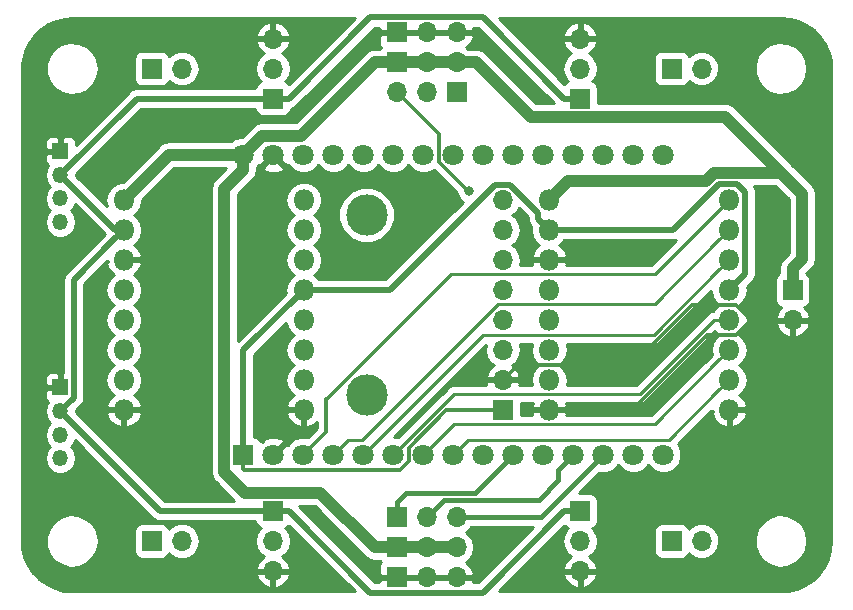
<source format=gbr>
G04 #@! TF.GenerationSoftware,KiCad,Pcbnew,(5.0.1)-3*
G04 #@! TF.CreationDate,2022-06-14T20:04:14+08:00*
G04 #@! TF.ProjectId,Omnibot V1,4F6D6E69626F742056312E6B69636164,rev?*
G04 #@! TF.SameCoordinates,Original*
G04 #@! TF.FileFunction,Copper,L2,Bot,Signal*
G04 #@! TF.FilePolarity,Positive*
%FSLAX46Y46*%
G04 Gerber Fmt 4.6, Leading zero omitted, Abs format (unit mm)*
G04 Created by KiCad (PCBNEW (5.0.1)-3) date 14-Jun-22 8:04:14 PM*
%MOMM*%
%LPD*%
G01*
G04 APERTURE LIST*
G04 #@! TA.AperFunction,ComponentPad*
%ADD10C,1.800000*%
G04 #@! TD*
G04 #@! TA.AperFunction,ComponentPad*
%ADD11R,1.800000X1.800000*%
G04 #@! TD*
G04 #@! TA.AperFunction,ComponentPad*
%ADD12O,1.700000X1.700000*%
G04 #@! TD*
G04 #@! TA.AperFunction,ComponentPad*
%ADD13R,1.700000X1.700000*%
G04 #@! TD*
G04 #@! TA.AperFunction,WasherPad*
%ADD14C,3.500000*%
G04 #@! TD*
G04 #@! TA.AperFunction,ComponentPad*
%ADD15O,1.800000X1.800000*%
G04 #@! TD*
G04 #@! TA.AperFunction,ComponentPad*
%ADD16O,1.350000X1.350000*%
G04 #@! TD*
G04 #@! TA.AperFunction,ComponentPad*
%ADD17R,1.350000X1.350000*%
G04 #@! TD*
G04 #@! TA.AperFunction,ViaPad*
%ADD18C,0.800000*%
G04 #@! TD*
G04 #@! TA.AperFunction,Conductor*
%ADD19C,0.300000*%
G04 #@! TD*
G04 #@! TA.AperFunction,Conductor*
%ADD20C,0.250000*%
G04 #@! TD*
G04 #@! TA.AperFunction,Conductor*
%ADD21C,0.500000*%
G04 #@! TD*
G04 #@! TA.AperFunction,Conductor*
%ADD22C,1.000000*%
G04 #@! TD*
G04 #@! TA.AperFunction,Conductor*
%ADD23C,0.400000*%
G04 #@! TD*
G04 #@! TA.AperFunction,Conductor*
%ADD24C,0.254000*%
G04 #@! TD*
G04 APERTURE END LIST*
D10*
G04 #@! TO.P,U3,3*
G04 #@! TO.N,N/C*
X70045000Y-37300000D03*
G04 #@! TO.P,U3,4*
G04 #@! TO.N,36*
X67505000Y-37300000D03*
G04 #@! TO.P,U3,5*
G04 #@! TO.N,39*
X64965000Y-37300000D03*
G04 #@! TO.P,U3,6*
G04 #@! TO.N,34*
X62425000Y-37300000D03*
G04 #@! TO.P,U3,7*
G04 #@! TO.N,35*
X59885000Y-37300000D03*
G04 #@! TO.P,U3,8*
G04 #@! TO.N,32*
X57345000Y-37300000D03*
G04 #@! TO.P,U3,9*
G04 #@! TO.N,33*
X54805000Y-37300000D03*
G04 #@! TO.P,U3,10*
G04 #@! TO.N,25*
X52265000Y-37300000D03*
G04 #@! TO.P,U3,11*
G04 #@! TO.N,26*
X49725000Y-37300000D03*
G04 #@! TO.P,U3,12*
G04 #@! TO.N,27*
X47185000Y-37300000D03*
G04 #@! TO.P,U3,13*
G04 #@! TO.N,14*
X44645000Y-37300000D03*
G04 #@! TO.P,U3,14*
G04 #@! TO.N,12*
X42105000Y-37300000D03*
G04 #@! TO.P,U3,16*
G04 #@! TO.N,13*
X39565000Y-37300000D03*
G04 #@! TO.P,U3,15*
G04 #@! TO.N,GND*
X37025000Y-37300000D03*
G04 #@! TO.P,U3,32*
G04 #@! TO.N,VCC*
X34485000Y-37300000D03*
G04 #@! TO.P,U3,37*
G04 #@! TO.N,23*
X70045000Y-62700000D03*
G04 #@! TO.P,U3,36*
G04 #@! TO.N,22_SCL*
X67505000Y-62700000D03*
G04 #@! TO.P,U3,35*
G04 #@! TO.N,1*
X64965000Y-62700000D03*
G04 #@! TO.P,U3,34*
G04 #@! TO.N,3*
X62425000Y-62700000D03*
G04 #@! TO.P,U3,33*
G04 #@! TO.N,21_SDA*
X59885000Y-62700000D03*
G04 #@! TO.P,U3,31*
G04 #@! TO.N,19*
X57345000Y-62700000D03*
G04 #@! TO.P,U3,30*
G04 #@! TO.N,18*
X54805000Y-62700000D03*
G04 #@! TO.P,U3,29*
G04 #@! TO.N,5*
X52265000Y-62700000D03*
G04 #@! TO.P,U3,28*
G04 #@! TO.N,17*
X49725000Y-62700000D03*
G04 #@! TO.P,U3,27*
G04 #@! TO.N,16*
X47185000Y-62700000D03*
G04 #@! TO.P,U3,26*
G04 #@! TO.N,4*
X44645000Y-62700000D03*
G04 #@! TO.P,U3,24*
G04 #@! TO.N,2*
X42105000Y-62700000D03*
G04 #@! TO.P,U3,23*
G04 #@! TO.N,15*
X39565000Y-62700000D03*
G04 #@! TO.P,U3,15*
G04 #@! TO.N,GND*
X37025000Y-62700000D03*
D11*
G04 #@! TO.P,U3,2*
G04 #@! TO.N,+3V3*
X34485000Y-62700000D03*
G04 #@! TD*
D12*
G04 #@! TO.P,J7,2*
G04 #@! TO.N,GND*
X81000000Y-51290000D03*
D13*
G04 #@! TO.P,J7,1*
G04 #@! TO.N,VCC*
X81000000Y-48750000D03*
G04 #@! TD*
G04 #@! TO.P,J3,1*
G04 #@! TO.N,+3V3*
X37000000Y-32540000D03*
D12*
G04 #@! TO.P,J3,2*
G04 #@! TO.N,34*
X37000000Y-30000000D03*
G04 #@! TO.P,J3,3*
G04 #@! TO.N,GND*
X37000000Y-27460000D03*
G04 #@! TD*
D13*
G04 #@! TO.P,J2,1*
G04 #@! TO.N,+3V3*
X37000000Y-67460000D03*
D12*
G04 #@! TO.P,J2,2*
G04 #@! TO.N,35*
X37000000Y-70000000D03*
G04 #@! TO.P,J2,3*
G04 #@! TO.N,GND*
X37000000Y-72540000D03*
G04 #@! TD*
D13*
G04 #@! TO.P,J4,1*
G04 #@! TO.N,+3V3*
X63000000Y-67460000D03*
D12*
G04 #@! TO.P,J4,2*
G04 #@! TO.N,36*
X63000000Y-70000000D03*
G04 #@! TO.P,J4,3*
G04 #@! TO.N,GND*
X63000000Y-72540000D03*
G04 #@! TD*
D13*
G04 #@! TO.P,J5,1*
G04 #@! TO.N,+3V3*
X63000000Y-32540000D03*
D12*
G04 #@! TO.P,J5,2*
G04 #@! TO.N,39*
X63000000Y-30000000D03*
G04 #@! TO.P,J5,3*
G04 #@! TO.N,GND*
X63000000Y-27460000D03*
G04 #@! TD*
G04 #@! TO.P,J12,3*
G04 #@! TO.N,GND*
X52540000Y-73060000D03*
G04 #@! TO.P,J12,2*
X50000000Y-73060000D03*
D13*
G04 #@! TO.P,J12,1*
X47460000Y-73060000D03*
G04 #@! TD*
D12*
G04 #@! TO.P,J11,3*
G04 #@! TO.N,VCC*
X52540000Y-70520000D03*
G04 #@! TO.P,J11,2*
X50000000Y-70520000D03*
D13*
G04 #@! TO.P,J11,1*
X47460000Y-70520000D03*
G04 #@! TD*
D12*
G04 #@! TO.P,J10,3*
G04 #@! TO.N,1*
X52540000Y-67980000D03*
G04 #@! TO.P,J10,2*
G04 #@! TO.N,3*
X50000000Y-67980000D03*
D13*
G04 #@! TO.P,J10,1*
G04 #@! TO.N,19*
X47460000Y-67980000D03*
G04 #@! TD*
D12*
G04 #@! TO.P,J14,3*
G04 #@! TO.N,GND*
X52540000Y-26940000D03*
G04 #@! TO.P,J14,2*
X50000000Y-26940000D03*
D13*
G04 #@! TO.P,J14,1*
X47460000Y-26940000D03*
G04 #@! TD*
D12*
G04 #@! TO.P,J13,3*
G04 #@! TO.N,VCC*
X52540000Y-29480000D03*
G04 #@! TO.P,J13,2*
X50000000Y-29480000D03*
D13*
G04 #@! TO.P,J13,1*
X47460000Y-29480000D03*
G04 #@! TD*
D12*
G04 #@! TO.P,J9,3*
G04 #@! TO.N,18*
X47460000Y-32020000D03*
G04 #@! TO.P,J9,2*
G04 #@! TO.N,33*
X50000000Y-32020000D03*
D13*
G04 #@! TO.P,J9,1*
G04 #@! TO.N,32*
X52540000Y-32020000D03*
G04 #@! TD*
G04 #@! TO.P,U4,13*
G04 #@! TO.N,+3V3*
X56466600Y-58898400D03*
D12*
G04 #@! TO.P,U4,18*
G04 #@! TO.N,GND*
X56466600Y-56358400D03*
G04 #@! TO.P,U4,23*
G04 #@! TO.N,22_SCL*
X56466600Y-53818400D03*
G04 #@! TO.P,U4,24*
G04 #@! TO.N,21_SDA*
X56466600Y-51278400D03*
G04 #@! TO.P,U4,7*
G04 #@! TO.N,N/C*
X56466600Y-48738400D03*
G04 #@! TO.P,U4,6*
X56466600Y-46198400D03*
G04 #@! TO.P,U4,9*
X56466600Y-43658400D03*
G04 #@! TO.P,U4,12*
G04 #@! TO.N,23*
X56466600Y-41118400D03*
D14*
G04 #@! TO.P,U4,*
G04 #@! TO.N,*
X44920000Y-42380000D03*
X44920000Y-57620000D03*
G04 #@! TD*
D15*
G04 #@! TO.P,U1,17*
G04 #@! TO.N,16*
X75620000Y-51270000D03*
G04 #@! TO.P,U1,16*
G04 #@! TO.N,17*
X75620000Y-53810000D03*
G04 #@! TO.P,U1,15*
G04 #@! TO.N,5*
X75620000Y-56350000D03*
G04 #@! TO.P,U1,9*
G04 #@! TO.N,GND*
X75620000Y-58890000D03*
G04 #@! TO.P,U1,22*
G04 #@! TO.N,2*
X75620000Y-43650000D03*
G04 #@! TO.P,U1,19*
G04 #@! TO.N,+3V3*
X75620000Y-48730000D03*
G04 #@! TO.P,U1,21*
G04 #@! TO.N,4*
X75620000Y-46190000D03*
G04 #@! TO.P,U1,23*
G04 #@! TO.N,15*
X75620000Y-41110000D03*
G04 #@! TO.P,U1,7*
G04 #@! TO.N,Net-(M4-Pad2)*
X60380000Y-53810000D03*
G04 #@! TO.P,U1,4*
G04 #@! TO.N,GND*
X60380000Y-58890000D03*
G04 #@! TO.P,U1,11*
G04 #@! TO.N,Net-(M4-Pad1)*
X60380000Y-56350000D03*
G04 #@! TO.P,U1,5*
G04 #@! TO.N,Net-(M3-Pad2)*
X60380000Y-51270000D03*
G04 #@! TO.P,U1,14*
G04 #@! TO.N,VCC*
X60380000Y-41110000D03*
G04 #@! TO.P,U1,18*
G04 #@! TO.N,GND*
X60380000Y-46190000D03*
G04 #@! TO.P,U1,20*
G04 #@! TO.N,+3V3*
X60380000Y-43650000D03*
G04 #@! TO.P,U1,1*
G04 #@! TO.N,Net-(M3-Pad1)*
X60380000Y-48730000D03*
G04 #@! TD*
G04 #@! TO.P,U2,1*
G04 #@! TO.N,Net-(M1-Pad1)*
X24380000Y-48730000D03*
G04 #@! TO.P,U2,20*
G04 #@! TO.N,+3V3*
X24380000Y-43650000D03*
G04 #@! TO.P,U2,18*
G04 #@! TO.N,GND*
X24380000Y-46190000D03*
G04 #@! TO.P,U2,14*
G04 #@! TO.N,VCC*
X24380000Y-41110000D03*
G04 #@! TO.P,U2,5*
G04 #@! TO.N,Net-(M1-Pad2)*
X24380000Y-51270000D03*
G04 #@! TO.P,U2,11*
G04 #@! TO.N,Net-(M2-Pad1)*
X24380000Y-56350000D03*
G04 #@! TO.P,U2,4*
G04 #@! TO.N,GND*
X24380000Y-58890000D03*
G04 #@! TO.P,U2,7*
G04 #@! TO.N,Net-(M2-Pad2)*
X24380000Y-53810000D03*
G04 #@! TO.P,U2,23*
G04 #@! TO.N,13*
X39620000Y-41110000D03*
G04 #@! TO.P,U2,21*
G04 #@! TO.N,14*
X39620000Y-46190000D03*
G04 #@! TO.P,U2,19*
G04 #@! TO.N,+3V3*
X39620000Y-48730000D03*
G04 #@! TO.P,U2,22*
G04 #@! TO.N,12*
X39620000Y-43650000D03*
G04 #@! TO.P,U2,9*
G04 #@! TO.N,GND*
X39620000Y-58890000D03*
G04 #@! TO.P,U2,15*
G04 #@! TO.N,25*
X39620000Y-56350000D03*
G04 #@! TO.P,U2,16*
G04 #@! TO.N,26*
X39620000Y-53810000D03*
G04 #@! TO.P,U2,17*
G04 #@! TO.N,27*
X39620000Y-51270000D03*
G04 #@! TD*
D16*
G04 #@! TO.P,J1,4*
G04 #@! TO.N,22_SCL*
X19000000Y-63000000D03*
G04 #@! TO.P,J1,3*
G04 #@! TO.N,21_SDA*
X19000000Y-61000000D03*
G04 #@! TO.P,J1,2*
G04 #@! TO.N,+3V3*
X19000000Y-59000000D03*
D17*
G04 #@! TO.P,J1,1*
G04 #@! TO.N,GND*
X19000000Y-57000000D03*
G04 #@! TD*
D12*
G04 #@! TO.P,M1,2*
G04 #@! TO.N,Net-(M1-Pad2)*
X29290000Y-30000000D03*
D13*
G04 #@! TO.P,M1,1*
G04 #@! TO.N,Net-(M1-Pad1)*
X26750000Y-30000000D03*
G04 #@! TD*
D12*
G04 #@! TO.P,M3,2*
G04 #@! TO.N,Net-(M3-Pad2)*
X73290000Y-30000000D03*
D13*
G04 #@! TO.P,M3,1*
G04 #@! TO.N,Net-(M3-Pad1)*
X70750000Y-30000000D03*
G04 #@! TD*
G04 #@! TO.P,M2,1*
G04 #@! TO.N,Net-(M2-Pad1)*
X26750000Y-70000000D03*
D12*
G04 #@! TO.P,M2,2*
G04 #@! TO.N,Net-(M2-Pad2)*
X29290000Y-70000000D03*
G04 #@! TD*
G04 #@! TO.P,M4,2*
G04 #@! TO.N,Net-(M4-Pad2)*
X73290000Y-70000000D03*
D13*
G04 #@! TO.P,M4,1*
G04 #@! TO.N,Net-(M4-Pad1)*
X70750000Y-70000000D03*
G04 #@! TD*
D16*
G04 #@! TO.P,J8,4*
G04 #@! TO.N,22_SCL*
X19000000Y-43000000D03*
G04 #@! TO.P,J8,3*
G04 #@! TO.N,21_SDA*
X19000000Y-41000000D03*
G04 #@! TO.P,J8,2*
G04 #@! TO.N,+3V3*
X19000000Y-39000000D03*
D17*
G04 #@! TO.P,J8,1*
G04 #@! TO.N,GND*
X19000000Y-37000000D03*
G04 #@! TD*
D18*
G04 #@! TO.N,GND*
X68250000Y-46000000D03*
X68481764Y-54000000D03*
G04 #@! TO.N,18*
X53600000Y-40400000D03*
G04 #@! TD*
D19*
G04 #@! TO.N,GND*
X77490002Y-51290000D02*
X76220001Y-50019999D01*
X81000000Y-51290000D02*
X77490002Y-51290000D01*
X61652792Y-58890000D02*
X60380000Y-58890000D01*
X67398972Y-58890000D02*
X61652792Y-58890000D01*
X73728973Y-52559999D02*
X67398972Y-58890000D01*
X76180003Y-52559999D02*
X73728973Y-52559999D01*
X77450002Y-51290000D02*
X76180003Y-52559999D01*
X77490002Y-51290000D02*
X77450002Y-51290000D01*
X57316599Y-55508401D02*
X56466600Y-56358400D01*
X57725001Y-55099999D02*
X57316599Y-55508401D01*
X67381765Y-55099999D02*
X57725001Y-55099999D01*
X76220001Y-50019999D02*
X72461765Y-50019999D01*
X60380000Y-46190000D02*
X68060000Y-46190000D01*
X68060000Y-46190000D02*
X68250000Y-46000000D01*
X72461765Y-50019999D02*
X68481764Y-54000000D01*
X68481764Y-54000000D02*
X67381765Y-55099999D01*
D20*
G04 #@! TO.N,5*
X74720001Y-57249999D02*
X75620000Y-56350000D01*
X70495001Y-61474999D02*
X74720001Y-57249999D01*
X53490001Y-61474999D02*
X70495001Y-61474999D01*
X52265000Y-62700000D02*
X53490001Y-61474999D01*
G04 #@! TO.N,17*
X74720001Y-54709999D02*
X75620000Y-53810000D01*
X69314999Y-60115001D02*
X74720001Y-54709999D01*
X52309999Y-60115001D02*
X69314999Y-60115001D01*
X49725000Y-62700000D02*
X52309999Y-60115001D01*
G04 #@! TO.N,16*
X52309999Y-57575001D02*
X47185000Y-62700000D01*
X68042207Y-57575001D02*
X52309999Y-57575001D01*
X74347208Y-51270000D02*
X68042207Y-57575001D01*
X75620000Y-51270000D02*
X74347208Y-51270000D01*
G04 #@! TO.N,4*
X74720001Y-47089999D02*
X75620000Y-46190000D01*
X69225001Y-52584999D02*
X74720001Y-47089999D01*
X54760001Y-52584999D02*
X69225001Y-52584999D01*
X44645000Y-62700000D02*
X54760001Y-52584999D01*
G04 #@! TO.N,2*
X74720001Y-44549999D02*
X75620000Y-43650000D01*
X69314999Y-49955001D02*
X74720001Y-44549999D01*
X56050997Y-49955001D02*
X69314999Y-49955001D01*
X44530999Y-61474999D02*
X56050997Y-49955001D01*
X43330001Y-61474999D02*
X44530999Y-61474999D01*
X42105000Y-62700000D02*
X43330001Y-61474999D01*
G04 #@! TO.N,15*
X69314999Y-47415001D02*
X52053997Y-47415001D01*
X75620000Y-41110000D02*
X69314999Y-47415001D01*
X52053997Y-47415001D02*
X41500000Y-57968998D01*
D19*
X41500000Y-60765000D02*
X39565000Y-62700000D01*
X41500000Y-57968998D02*
X41500000Y-60765000D01*
D21*
G04 #@! TO.N,+3V3*
X38350000Y-32540000D02*
X37000000Y-32540000D01*
X45250001Y-25639999D02*
X38350000Y-32540000D01*
X54749999Y-25639999D02*
X45250001Y-25639999D01*
X61650000Y-32540000D02*
X54749999Y-25639999D01*
X63000000Y-32540000D02*
X61650000Y-32540000D01*
X25460000Y-32540000D02*
X19000000Y-39000000D01*
X37000000Y-32540000D02*
X25460000Y-32540000D01*
X23650000Y-43650000D02*
X24380000Y-43650000D01*
X19000000Y-39000000D02*
X23650000Y-43650000D01*
X23480001Y-44549999D02*
X24380000Y-43650000D01*
X20125001Y-47904999D02*
X23480001Y-44549999D01*
X20125001Y-57874999D02*
X20125001Y-47904999D01*
X19000000Y-59000000D02*
X20125001Y-57874999D01*
X27460000Y-67460000D02*
X19000000Y-59000000D01*
X37000000Y-67460000D02*
X27460000Y-67460000D01*
X38350000Y-67460000D02*
X37000000Y-67460000D01*
X45250001Y-74360001D02*
X38350000Y-67460000D01*
X54749999Y-74360001D02*
X45250001Y-74360001D01*
X61650000Y-67460000D02*
X54749999Y-74360001D01*
X63000000Y-67460000D02*
X61650000Y-67460000D01*
X34485000Y-53865000D02*
X34485000Y-62700000D01*
X39620000Y-48730000D02*
X34485000Y-53865000D01*
X59480001Y-42207799D02*
X57090601Y-39818399D01*
X59480001Y-42750001D02*
X59480001Y-42207799D01*
X60380000Y-43650000D02*
X59480001Y-42750001D01*
D19*
X34485000Y-63900000D02*
X34485000Y-62700000D01*
X34535001Y-63950001D02*
X34485000Y-63900000D01*
X47785001Y-63950001D02*
X34535001Y-63950001D01*
X48474999Y-63260003D02*
X47785001Y-63950001D01*
X48474999Y-62099999D02*
X48474999Y-63260003D01*
X51676598Y-58898400D02*
X48474999Y-62099999D01*
X56466600Y-58898400D02*
X51676598Y-58898400D01*
D21*
X57090601Y-39818399D02*
X55781601Y-39818399D01*
X46870000Y-48730000D02*
X39620000Y-48730000D01*
X55781601Y-39818399D02*
X46870000Y-48730000D01*
X76970001Y-47379999D02*
X75620000Y-48730000D01*
X76970001Y-40461999D02*
X76970001Y-47379999D01*
X76268001Y-39759999D02*
X76970001Y-40461999D01*
X74750000Y-39759999D02*
X76268001Y-39759999D01*
X70859999Y-43650000D02*
X74750000Y-39759999D01*
X60380000Y-43650000D02*
X70859999Y-43650000D01*
D22*
G04 #@! TO.N,VCC*
X61279999Y-40210001D02*
X60380000Y-41110000D01*
X61980001Y-39509999D02*
X61279999Y-40210001D01*
X81000000Y-48750000D02*
X81000000Y-46900000D01*
X47460000Y-29480000D02*
X52540000Y-29480000D01*
X35384999Y-36400001D02*
X34485000Y-37300000D01*
X36085001Y-35699999D02*
X35384999Y-36400001D01*
X39390001Y-35699999D02*
X36085001Y-35699999D01*
X45610000Y-29480000D02*
X39390001Y-35699999D01*
X47460000Y-29480000D02*
X45610000Y-29480000D01*
X28190000Y-37300000D02*
X24380000Y-41110000D01*
X34485000Y-37300000D02*
X28190000Y-37300000D01*
X52540000Y-70520000D02*
X47460000Y-70520000D01*
X45610000Y-70520000D02*
X47460000Y-70520000D01*
X40999999Y-65909999D02*
X45610000Y-70520000D01*
X34634997Y-65909999D02*
X40999999Y-65909999D01*
X32884999Y-64160001D02*
X34634997Y-65909999D01*
X32884999Y-40172793D02*
X32884999Y-64160001D01*
X34485000Y-38572792D02*
X32884999Y-40172793D01*
X34485000Y-37300000D02*
X34485000Y-38572792D01*
X81000000Y-46900000D02*
X81800000Y-46100000D01*
X81800000Y-46100000D02*
X81800000Y-40600000D01*
X70203003Y-39509999D02*
X70200000Y-39509999D01*
X80009989Y-38809989D02*
X81800000Y-40600000D01*
X74356493Y-38809989D02*
X80009989Y-38809989D01*
X73656484Y-39509999D02*
X74356493Y-38809989D01*
X68500000Y-39509999D02*
X73656484Y-39509999D01*
X68500000Y-39509999D02*
X61980001Y-39509999D01*
X70200000Y-39509999D02*
X68500000Y-39509999D01*
X53742081Y-29480000D02*
X52540000Y-29480000D01*
X54230000Y-29480000D02*
X53742081Y-29480000D01*
X58840001Y-34090001D02*
X54230000Y-29480000D01*
X75290001Y-34090001D02*
X58840001Y-34090001D01*
X80009989Y-38809989D02*
X75290001Y-34090001D01*
D23*
G04 #@! TO.N,3*
X61124999Y-64000001D02*
X61124999Y-64875001D01*
X62425000Y-62700000D02*
X61124999Y-64000001D01*
X61124999Y-64875001D02*
X59500000Y-66500000D01*
X51480000Y-66500000D02*
X50000000Y-67980000D01*
X59500000Y-66500000D02*
X51480000Y-66500000D01*
G04 #@! TO.N,1*
X59685000Y-67980000D02*
X52540000Y-67980000D01*
X64965000Y-62700000D02*
X59685000Y-67980000D01*
G04 #@! TO.N,19*
X47460000Y-66730000D02*
X47460000Y-67980000D01*
X48290010Y-65899990D02*
X47460000Y-66730000D01*
X54145010Y-65899990D02*
X48290010Y-65899990D01*
X57345000Y-62700000D02*
X54145010Y-65899990D01*
D19*
G04 #@! TO.N,18*
X53514998Y-40400000D02*
X53600000Y-40400000D01*
X51014999Y-37900001D02*
X53514998Y-40400000D01*
X47460000Y-32020000D02*
X51014999Y-35574999D01*
X51014999Y-35574999D02*
X51014999Y-37900001D01*
G04 #@! TD*
D24*
G04 #@! TO.N,GND*
G36*
X80754747Y-25805281D02*
X81485643Y-26005231D01*
X82169575Y-26331450D01*
X82784928Y-26773626D01*
X83312259Y-27317789D01*
X83734886Y-27946726D01*
X84039463Y-28640570D01*
X84217715Y-29383039D01*
X84265001Y-30026963D01*
X84265000Y-69967269D01*
X84194719Y-70754748D01*
X83994769Y-71485643D01*
X83668550Y-72169575D01*
X83226374Y-72784928D01*
X82682211Y-73312259D01*
X82053274Y-73734886D01*
X81359429Y-74039464D01*
X80616961Y-74217714D01*
X79973051Y-74265000D01*
X56096578Y-74265000D01*
X57464688Y-72896890D01*
X61558524Y-72896890D01*
X61728355Y-73306924D01*
X62118642Y-73735183D01*
X62643108Y-73981486D01*
X62873000Y-73860819D01*
X62873000Y-72667000D01*
X63127000Y-72667000D01*
X63127000Y-73860819D01*
X63356892Y-73981486D01*
X63881358Y-73735183D01*
X64271645Y-73306924D01*
X64441476Y-72896890D01*
X64320155Y-72667000D01*
X63127000Y-72667000D01*
X62873000Y-72667000D01*
X61679845Y-72667000D01*
X61558524Y-72896890D01*
X57464688Y-72896890D01*
X61652769Y-68708810D01*
X61692191Y-68767809D01*
X61902235Y-68908157D01*
X61947619Y-68917184D01*
X61929375Y-68929375D01*
X61601161Y-69420582D01*
X61485908Y-70000000D01*
X61601161Y-70579418D01*
X61929375Y-71070625D01*
X62248478Y-71283843D01*
X62118642Y-71344817D01*
X61728355Y-71773076D01*
X61558524Y-72183110D01*
X61679845Y-72413000D01*
X62873000Y-72413000D01*
X62873000Y-72393000D01*
X63127000Y-72393000D01*
X63127000Y-72413000D01*
X64320155Y-72413000D01*
X64441476Y-72183110D01*
X64271645Y-71773076D01*
X63881358Y-71344817D01*
X63751522Y-71283843D01*
X64070625Y-71070625D01*
X64398839Y-70579418D01*
X64514092Y-70000000D01*
X64398839Y-69420582D01*
X64218042Y-69150000D01*
X69252560Y-69150000D01*
X69252560Y-70850000D01*
X69301843Y-71097765D01*
X69442191Y-71307809D01*
X69652235Y-71448157D01*
X69900000Y-71497440D01*
X71600000Y-71497440D01*
X71847765Y-71448157D01*
X72057809Y-71307809D01*
X72198157Y-71097765D01*
X72207184Y-71052381D01*
X72219375Y-71070625D01*
X72710582Y-71398839D01*
X73143744Y-71485000D01*
X73436256Y-71485000D01*
X73869418Y-71398839D01*
X74360625Y-71070625D01*
X74688839Y-70579418D01*
X74804092Y-70000000D01*
X74733924Y-69647240D01*
X77772763Y-69647240D01*
X77778578Y-70387700D01*
X78023928Y-71086355D01*
X78482357Y-71667868D01*
X79104432Y-72069537D01*
X79823075Y-72248049D01*
X80560796Y-72184155D01*
X81238046Y-71884746D01*
X81781800Y-71382105D01*
X82133422Y-70730434D01*
X82255000Y-70000000D01*
X82254722Y-69964580D01*
X82121686Y-69236146D01*
X81759871Y-68590078D01*
X81208289Y-68096041D01*
X80526419Y-67807306D01*
X79787786Y-67755008D01*
X79072035Y-67944786D01*
X78456346Y-68356176D01*
X78007109Y-68944818D01*
X77772763Y-69647240D01*
X74733924Y-69647240D01*
X74688839Y-69420582D01*
X74360625Y-68929375D01*
X73869418Y-68601161D01*
X73436256Y-68515000D01*
X73143744Y-68515000D01*
X72710582Y-68601161D01*
X72219375Y-68929375D01*
X72207184Y-68947619D01*
X72198157Y-68902235D01*
X72057809Y-68692191D01*
X71847765Y-68551843D01*
X71600000Y-68502560D01*
X69900000Y-68502560D01*
X69652235Y-68551843D01*
X69442191Y-68692191D01*
X69301843Y-68902235D01*
X69252560Y-69150000D01*
X64218042Y-69150000D01*
X64070625Y-68929375D01*
X64052381Y-68917184D01*
X64097765Y-68908157D01*
X64307809Y-68767809D01*
X64448157Y-68557765D01*
X64497440Y-68310000D01*
X64497440Y-66610000D01*
X64448157Y-66362235D01*
X64307809Y-66152191D01*
X64097765Y-66011843D01*
X63850000Y-65962560D01*
X62883307Y-65962560D01*
X64625162Y-64220706D01*
X64659670Y-64235000D01*
X65270330Y-64235000D01*
X65834507Y-64001310D01*
X66235000Y-63600817D01*
X66635493Y-64001310D01*
X67199670Y-64235000D01*
X67810330Y-64235000D01*
X68374507Y-64001310D01*
X68775000Y-63600817D01*
X69175493Y-64001310D01*
X69739670Y-64235000D01*
X70350330Y-64235000D01*
X70914507Y-64001310D01*
X71346310Y-63569507D01*
X71580000Y-63005330D01*
X71580000Y-62394670D01*
X71346310Y-61830493D01*
X71280309Y-61764492D01*
X74085000Y-58959803D01*
X74085000Y-59017002D01*
X74249621Y-59017002D01*
X74128964Y-59254740D01*
X74307760Y-59686417D01*
X74712424Y-60127966D01*
X75255258Y-60381046D01*
X75493000Y-60260997D01*
X75493000Y-59017000D01*
X75747000Y-59017000D01*
X75747000Y-60260997D01*
X75984742Y-60381046D01*
X76527576Y-60127966D01*
X76932240Y-59686417D01*
X77111036Y-59254740D01*
X76990378Y-59017000D01*
X75747000Y-59017000D01*
X75493000Y-59017000D01*
X75473000Y-59017000D01*
X75473000Y-58763000D01*
X75493000Y-58763000D01*
X75493000Y-58743000D01*
X75747000Y-58743000D01*
X75747000Y-58763000D01*
X76990378Y-58763000D01*
X77111036Y-58525260D01*
X76932240Y-58093583D01*
X76527576Y-57652034D01*
X76472632Y-57626418D01*
X76726673Y-57456673D01*
X77065938Y-56948927D01*
X77185072Y-56350000D01*
X77065938Y-55751073D01*
X76726673Y-55243327D01*
X76482237Y-55080000D01*
X76726673Y-54916673D01*
X77065938Y-54408927D01*
X77185072Y-53810000D01*
X77065938Y-53211073D01*
X76726673Y-52703327D01*
X76482237Y-52540000D01*
X76726673Y-52376673D01*
X77065938Y-51868927D01*
X77110103Y-51646890D01*
X79558524Y-51646890D01*
X79728355Y-52056924D01*
X80118642Y-52485183D01*
X80643108Y-52731486D01*
X80873000Y-52610819D01*
X80873000Y-51417000D01*
X81127000Y-51417000D01*
X81127000Y-52610819D01*
X81356892Y-52731486D01*
X81881358Y-52485183D01*
X82271645Y-52056924D01*
X82441476Y-51646890D01*
X82320155Y-51417000D01*
X81127000Y-51417000D01*
X80873000Y-51417000D01*
X79679845Y-51417000D01*
X79558524Y-51646890D01*
X77110103Y-51646890D01*
X77185072Y-51270000D01*
X77065938Y-50671073D01*
X76726673Y-50163327D01*
X76482237Y-50000000D01*
X76726673Y-49836673D01*
X77065938Y-49328927D01*
X77185072Y-48730000D01*
X77133060Y-48468519D01*
X77534157Y-48067422D01*
X77608050Y-48018048D01*
X77683588Y-47904999D01*
X77803653Y-47725309D01*
X77823938Y-47623327D01*
X77855001Y-47467164D01*
X77855001Y-47467160D01*
X77872338Y-47379999D01*
X77855001Y-47292838D01*
X77855001Y-40549160D01*
X77872338Y-40461999D01*
X77855001Y-40374838D01*
X77855001Y-40374834D01*
X77803653Y-40116689D01*
X77703783Y-39967224D01*
X77688926Y-39944989D01*
X79539858Y-39944989D01*
X80665001Y-41070133D01*
X80665000Y-45629868D01*
X80276479Y-46018389D01*
X80181712Y-46081711D01*
X80094801Y-46211783D01*
X79930854Y-46457146D01*
X79842765Y-46900000D01*
X79865001Y-47011788D01*
X79865001Y-47326722D01*
X79692191Y-47442191D01*
X79551843Y-47652235D01*
X79502560Y-47900000D01*
X79502560Y-49600000D01*
X79551843Y-49847765D01*
X79692191Y-50057809D01*
X79902235Y-50198157D01*
X80005708Y-50218739D01*
X79728355Y-50523076D01*
X79558524Y-50933110D01*
X79679845Y-51163000D01*
X80873000Y-51163000D01*
X80873000Y-51143000D01*
X81127000Y-51143000D01*
X81127000Y-51163000D01*
X82320155Y-51163000D01*
X82441476Y-50933110D01*
X82271645Y-50523076D01*
X81994292Y-50218739D01*
X82097765Y-50198157D01*
X82307809Y-50057809D01*
X82448157Y-49847765D01*
X82497440Y-49600000D01*
X82497440Y-47900000D01*
X82448157Y-47652235D01*
X82307809Y-47442191D01*
X82161021Y-47344110D01*
X82523521Y-46981611D01*
X82618289Y-46918289D01*
X82869146Y-46542855D01*
X82882114Y-46477662D01*
X82957235Y-46100000D01*
X82935000Y-45988217D01*
X82935000Y-40711783D01*
X82957235Y-40600000D01*
X82869146Y-40157145D01*
X82834510Y-40105309D01*
X82618289Y-39781711D01*
X82523521Y-39718389D01*
X80891602Y-38086471D01*
X80828278Y-37991700D01*
X80733510Y-37928378D01*
X76171614Y-33366483D01*
X76108290Y-33271712D01*
X75732856Y-33020855D01*
X75401784Y-32955001D01*
X75290001Y-32932766D01*
X75178218Y-32955001D01*
X64497440Y-32955001D01*
X64497440Y-31690000D01*
X64448157Y-31442235D01*
X64307809Y-31232191D01*
X64097765Y-31091843D01*
X64052381Y-31082816D01*
X64070625Y-31070625D01*
X64398839Y-30579418D01*
X64514092Y-30000000D01*
X64398839Y-29420582D01*
X64218042Y-29150000D01*
X69252560Y-29150000D01*
X69252560Y-30850000D01*
X69301843Y-31097765D01*
X69442191Y-31307809D01*
X69652235Y-31448157D01*
X69900000Y-31497440D01*
X71600000Y-31497440D01*
X71847765Y-31448157D01*
X72057809Y-31307809D01*
X72198157Y-31097765D01*
X72207184Y-31052381D01*
X72219375Y-31070625D01*
X72710582Y-31398839D01*
X73143744Y-31485000D01*
X73436256Y-31485000D01*
X73869418Y-31398839D01*
X74360625Y-31070625D01*
X74688839Y-30579418D01*
X74804092Y-30000000D01*
X74733924Y-29647240D01*
X77772763Y-29647240D01*
X77778578Y-30387700D01*
X78023928Y-31086355D01*
X78482357Y-31667868D01*
X79104432Y-32069537D01*
X79823075Y-32248049D01*
X80560796Y-32184155D01*
X81238046Y-31884746D01*
X81781800Y-31382105D01*
X82133422Y-30730434D01*
X82255000Y-30000000D01*
X82254722Y-29964580D01*
X82121686Y-29236146D01*
X81759871Y-28590078D01*
X81208289Y-28096041D01*
X80526419Y-27807306D01*
X79787786Y-27755008D01*
X79072035Y-27944786D01*
X78456346Y-28356176D01*
X78007109Y-28944818D01*
X77772763Y-29647240D01*
X74733924Y-29647240D01*
X74688839Y-29420582D01*
X74360625Y-28929375D01*
X73869418Y-28601161D01*
X73436256Y-28515000D01*
X73143744Y-28515000D01*
X72710582Y-28601161D01*
X72219375Y-28929375D01*
X72207184Y-28947619D01*
X72198157Y-28902235D01*
X72057809Y-28692191D01*
X71847765Y-28551843D01*
X71600000Y-28502560D01*
X69900000Y-28502560D01*
X69652235Y-28551843D01*
X69442191Y-28692191D01*
X69301843Y-28902235D01*
X69252560Y-29150000D01*
X64218042Y-29150000D01*
X64070625Y-28929375D01*
X63751522Y-28716157D01*
X63881358Y-28655183D01*
X64271645Y-28226924D01*
X64441476Y-27816890D01*
X64320155Y-27587000D01*
X63127000Y-27587000D01*
X63127000Y-27607000D01*
X62873000Y-27607000D01*
X62873000Y-27587000D01*
X61679845Y-27587000D01*
X61558524Y-27816890D01*
X61728355Y-28226924D01*
X62118642Y-28655183D01*
X62248478Y-28716157D01*
X61929375Y-28929375D01*
X61601161Y-29420582D01*
X61485908Y-30000000D01*
X61601161Y-30579418D01*
X61929375Y-31070625D01*
X61947619Y-31082816D01*
X61902235Y-31091843D01*
X61692191Y-31232191D01*
X61652769Y-31291190D01*
X57464689Y-27103110D01*
X61558524Y-27103110D01*
X61679845Y-27333000D01*
X62873000Y-27333000D01*
X62873000Y-26139181D01*
X63127000Y-26139181D01*
X63127000Y-27333000D01*
X64320155Y-27333000D01*
X64441476Y-27103110D01*
X64271645Y-26693076D01*
X63881358Y-26264817D01*
X63356892Y-26018514D01*
X63127000Y-26139181D01*
X62873000Y-26139181D01*
X62643108Y-26018514D01*
X62118642Y-26264817D01*
X61728355Y-26693076D01*
X61558524Y-27103110D01*
X57464689Y-27103110D01*
X56096578Y-25735000D01*
X79967269Y-25735000D01*
X80754747Y-25805281D01*
X80754747Y-25805281D01*
G37*
X80754747Y-25805281D02*
X81485643Y-26005231D01*
X82169575Y-26331450D01*
X82784928Y-26773626D01*
X83312259Y-27317789D01*
X83734886Y-27946726D01*
X84039463Y-28640570D01*
X84217715Y-29383039D01*
X84265001Y-30026963D01*
X84265000Y-69967269D01*
X84194719Y-70754748D01*
X83994769Y-71485643D01*
X83668550Y-72169575D01*
X83226374Y-72784928D01*
X82682211Y-73312259D01*
X82053274Y-73734886D01*
X81359429Y-74039464D01*
X80616961Y-74217714D01*
X79973051Y-74265000D01*
X56096578Y-74265000D01*
X57464688Y-72896890D01*
X61558524Y-72896890D01*
X61728355Y-73306924D01*
X62118642Y-73735183D01*
X62643108Y-73981486D01*
X62873000Y-73860819D01*
X62873000Y-72667000D01*
X63127000Y-72667000D01*
X63127000Y-73860819D01*
X63356892Y-73981486D01*
X63881358Y-73735183D01*
X64271645Y-73306924D01*
X64441476Y-72896890D01*
X64320155Y-72667000D01*
X63127000Y-72667000D01*
X62873000Y-72667000D01*
X61679845Y-72667000D01*
X61558524Y-72896890D01*
X57464688Y-72896890D01*
X61652769Y-68708810D01*
X61692191Y-68767809D01*
X61902235Y-68908157D01*
X61947619Y-68917184D01*
X61929375Y-68929375D01*
X61601161Y-69420582D01*
X61485908Y-70000000D01*
X61601161Y-70579418D01*
X61929375Y-71070625D01*
X62248478Y-71283843D01*
X62118642Y-71344817D01*
X61728355Y-71773076D01*
X61558524Y-72183110D01*
X61679845Y-72413000D01*
X62873000Y-72413000D01*
X62873000Y-72393000D01*
X63127000Y-72393000D01*
X63127000Y-72413000D01*
X64320155Y-72413000D01*
X64441476Y-72183110D01*
X64271645Y-71773076D01*
X63881358Y-71344817D01*
X63751522Y-71283843D01*
X64070625Y-71070625D01*
X64398839Y-70579418D01*
X64514092Y-70000000D01*
X64398839Y-69420582D01*
X64218042Y-69150000D01*
X69252560Y-69150000D01*
X69252560Y-70850000D01*
X69301843Y-71097765D01*
X69442191Y-71307809D01*
X69652235Y-71448157D01*
X69900000Y-71497440D01*
X71600000Y-71497440D01*
X71847765Y-71448157D01*
X72057809Y-71307809D01*
X72198157Y-71097765D01*
X72207184Y-71052381D01*
X72219375Y-71070625D01*
X72710582Y-71398839D01*
X73143744Y-71485000D01*
X73436256Y-71485000D01*
X73869418Y-71398839D01*
X74360625Y-71070625D01*
X74688839Y-70579418D01*
X74804092Y-70000000D01*
X74733924Y-69647240D01*
X77772763Y-69647240D01*
X77778578Y-70387700D01*
X78023928Y-71086355D01*
X78482357Y-71667868D01*
X79104432Y-72069537D01*
X79823075Y-72248049D01*
X80560796Y-72184155D01*
X81238046Y-71884746D01*
X81781800Y-71382105D01*
X82133422Y-70730434D01*
X82255000Y-70000000D01*
X82254722Y-69964580D01*
X82121686Y-69236146D01*
X81759871Y-68590078D01*
X81208289Y-68096041D01*
X80526419Y-67807306D01*
X79787786Y-67755008D01*
X79072035Y-67944786D01*
X78456346Y-68356176D01*
X78007109Y-68944818D01*
X77772763Y-69647240D01*
X74733924Y-69647240D01*
X74688839Y-69420582D01*
X74360625Y-68929375D01*
X73869418Y-68601161D01*
X73436256Y-68515000D01*
X73143744Y-68515000D01*
X72710582Y-68601161D01*
X72219375Y-68929375D01*
X72207184Y-68947619D01*
X72198157Y-68902235D01*
X72057809Y-68692191D01*
X71847765Y-68551843D01*
X71600000Y-68502560D01*
X69900000Y-68502560D01*
X69652235Y-68551843D01*
X69442191Y-68692191D01*
X69301843Y-68902235D01*
X69252560Y-69150000D01*
X64218042Y-69150000D01*
X64070625Y-68929375D01*
X64052381Y-68917184D01*
X64097765Y-68908157D01*
X64307809Y-68767809D01*
X64448157Y-68557765D01*
X64497440Y-68310000D01*
X64497440Y-66610000D01*
X64448157Y-66362235D01*
X64307809Y-66152191D01*
X64097765Y-66011843D01*
X63850000Y-65962560D01*
X62883307Y-65962560D01*
X64625162Y-64220706D01*
X64659670Y-64235000D01*
X65270330Y-64235000D01*
X65834507Y-64001310D01*
X66235000Y-63600817D01*
X66635493Y-64001310D01*
X67199670Y-64235000D01*
X67810330Y-64235000D01*
X68374507Y-64001310D01*
X68775000Y-63600817D01*
X69175493Y-64001310D01*
X69739670Y-64235000D01*
X70350330Y-64235000D01*
X70914507Y-64001310D01*
X71346310Y-63569507D01*
X71580000Y-63005330D01*
X71580000Y-62394670D01*
X71346310Y-61830493D01*
X71280309Y-61764492D01*
X74085000Y-58959803D01*
X74085000Y-59017002D01*
X74249621Y-59017002D01*
X74128964Y-59254740D01*
X74307760Y-59686417D01*
X74712424Y-60127966D01*
X75255258Y-60381046D01*
X75493000Y-60260997D01*
X75493000Y-59017000D01*
X75747000Y-59017000D01*
X75747000Y-60260997D01*
X75984742Y-60381046D01*
X76527576Y-60127966D01*
X76932240Y-59686417D01*
X77111036Y-59254740D01*
X76990378Y-59017000D01*
X75747000Y-59017000D01*
X75493000Y-59017000D01*
X75473000Y-59017000D01*
X75473000Y-58763000D01*
X75493000Y-58763000D01*
X75493000Y-58743000D01*
X75747000Y-58743000D01*
X75747000Y-58763000D01*
X76990378Y-58763000D01*
X77111036Y-58525260D01*
X76932240Y-58093583D01*
X76527576Y-57652034D01*
X76472632Y-57626418D01*
X76726673Y-57456673D01*
X77065938Y-56948927D01*
X77185072Y-56350000D01*
X77065938Y-55751073D01*
X76726673Y-55243327D01*
X76482237Y-55080000D01*
X76726673Y-54916673D01*
X77065938Y-54408927D01*
X77185072Y-53810000D01*
X77065938Y-53211073D01*
X76726673Y-52703327D01*
X76482237Y-52540000D01*
X76726673Y-52376673D01*
X77065938Y-51868927D01*
X77110103Y-51646890D01*
X79558524Y-51646890D01*
X79728355Y-52056924D01*
X80118642Y-52485183D01*
X80643108Y-52731486D01*
X80873000Y-52610819D01*
X80873000Y-51417000D01*
X81127000Y-51417000D01*
X81127000Y-52610819D01*
X81356892Y-52731486D01*
X81881358Y-52485183D01*
X82271645Y-52056924D01*
X82441476Y-51646890D01*
X82320155Y-51417000D01*
X81127000Y-51417000D01*
X80873000Y-51417000D01*
X79679845Y-51417000D01*
X79558524Y-51646890D01*
X77110103Y-51646890D01*
X77185072Y-51270000D01*
X77065938Y-50671073D01*
X76726673Y-50163327D01*
X76482237Y-50000000D01*
X76726673Y-49836673D01*
X77065938Y-49328927D01*
X77185072Y-48730000D01*
X77133060Y-48468519D01*
X77534157Y-48067422D01*
X77608050Y-48018048D01*
X77683588Y-47904999D01*
X77803653Y-47725309D01*
X77823938Y-47623327D01*
X77855001Y-47467164D01*
X77855001Y-47467160D01*
X77872338Y-47379999D01*
X77855001Y-47292838D01*
X77855001Y-40549160D01*
X77872338Y-40461999D01*
X77855001Y-40374838D01*
X77855001Y-40374834D01*
X77803653Y-40116689D01*
X77703783Y-39967224D01*
X77688926Y-39944989D01*
X79539858Y-39944989D01*
X80665001Y-41070133D01*
X80665000Y-45629868D01*
X80276479Y-46018389D01*
X80181712Y-46081711D01*
X80094801Y-46211783D01*
X79930854Y-46457146D01*
X79842765Y-46900000D01*
X79865001Y-47011788D01*
X79865001Y-47326722D01*
X79692191Y-47442191D01*
X79551843Y-47652235D01*
X79502560Y-47900000D01*
X79502560Y-49600000D01*
X79551843Y-49847765D01*
X79692191Y-50057809D01*
X79902235Y-50198157D01*
X80005708Y-50218739D01*
X79728355Y-50523076D01*
X79558524Y-50933110D01*
X79679845Y-51163000D01*
X80873000Y-51163000D01*
X80873000Y-51143000D01*
X81127000Y-51143000D01*
X81127000Y-51163000D01*
X82320155Y-51163000D01*
X82441476Y-50933110D01*
X82271645Y-50523076D01*
X81994292Y-50218739D01*
X82097765Y-50198157D01*
X82307809Y-50057809D01*
X82448157Y-49847765D01*
X82497440Y-49600000D01*
X82497440Y-47900000D01*
X82448157Y-47652235D01*
X82307809Y-47442191D01*
X82161021Y-47344110D01*
X82523521Y-46981611D01*
X82618289Y-46918289D01*
X82869146Y-46542855D01*
X82882114Y-46477662D01*
X82957235Y-46100000D01*
X82935000Y-45988217D01*
X82935000Y-40711783D01*
X82957235Y-40600000D01*
X82869146Y-40157145D01*
X82834510Y-40105309D01*
X82618289Y-39781711D01*
X82523521Y-39718389D01*
X80891602Y-38086471D01*
X80828278Y-37991700D01*
X80733510Y-37928378D01*
X76171614Y-33366483D01*
X76108290Y-33271712D01*
X75732856Y-33020855D01*
X75401784Y-32955001D01*
X75290001Y-32932766D01*
X75178218Y-32955001D01*
X64497440Y-32955001D01*
X64497440Y-31690000D01*
X64448157Y-31442235D01*
X64307809Y-31232191D01*
X64097765Y-31091843D01*
X64052381Y-31082816D01*
X64070625Y-31070625D01*
X64398839Y-30579418D01*
X64514092Y-30000000D01*
X64398839Y-29420582D01*
X64218042Y-29150000D01*
X69252560Y-29150000D01*
X69252560Y-30850000D01*
X69301843Y-31097765D01*
X69442191Y-31307809D01*
X69652235Y-31448157D01*
X69900000Y-31497440D01*
X71600000Y-31497440D01*
X71847765Y-31448157D01*
X72057809Y-31307809D01*
X72198157Y-31097765D01*
X72207184Y-31052381D01*
X72219375Y-31070625D01*
X72710582Y-31398839D01*
X73143744Y-31485000D01*
X73436256Y-31485000D01*
X73869418Y-31398839D01*
X74360625Y-31070625D01*
X74688839Y-30579418D01*
X74804092Y-30000000D01*
X74733924Y-29647240D01*
X77772763Y-29647240D01*
X77778578Y-30387700D01*
X78023928Y-31086355D01*
X78482357Y-31667868D01*
X79104432Y-32069537D01*
X79823075Y-32248049D01*
X80560796Y-32184155D01*
X81238046Y-31884746D01*
X81781800Y-31382105D01*
X82133422Y-30730434D01*
X82255000Y-30000000D01*
X82254722Y-29964580D01*
X82121686Y-29236146D01*
X81759871Y-28590078D01*
X81208289Y-28096041D01*
X80526419Y-27807306D01*
X79787786Y-27755008D01*
X79072035Y-27944786D01*
X78456346Y-28356176D01*
X78007109Y-28944818D01*
X77772763Y-29647240D01*
X74733924Y-29647240D01*
X74688839Y-29420582D01*
X74360625Y-28929375D01*
X73869418Y-28601161D01*
X73436256Y-28515000D01*
X73143744Y-28515000D01*
X72710582Y-28601161D01*
X72219375Y-28929375D01*
X72207184Y-28947619D01*
X72198157Y-28902235D01*
X72057809Y-28692191D01*
X71847765Y-28551843D01*
X71600000Y-28502560D01*
X69900000Y-28502560D01*
X69652235Y-28551843D01*
X69442191Y-28692191D01*
X69301843Y-28902235D01*
X69252560Y-29150000D01*
X64218042Y-29150000D01*
X64070625Y-28929375D01*
X63751522Y-28716157D01*
X63881358Y-28655183D01*
X64271645Y-28226924D01*
X64441476Y-27816890D01*
X64320155Y-27587000D01*
X63127000Y-27587000D01*
X63127000Y-27607000D01*
X62873000Y-27607000D01*
X62873000Y-27587000D01*
X61679845Y-27587000D01*
X61558524Y-27816890D01*
X61728355Y-28226924D01*
X62118642Y-28655183D01*
X62248478Y-28716157D01*
X61929375Y-28929375D01*
X61601161Y-29420582D01*
X61485908Y-30000000D01*
X61601161Y-30579418D01*
X61929375Y-31070625D01*
X61947619Y-31082816D01*
X61902235Y-31091843D01*
X61692191Y-31232191D01*
X61652769Y-31291190D01*
X57464689Y-27103110D01*
X61558524Y-27103110D01*
X61679845Y-27333000D01*
X62873000Y-27333000D01*
X62873000Y-26139181D01*
X63127000Y-26139181D01*
X63127000Y-27333000D01*
X64320155Y-27333000D01*
X64441476Y-27103110D01*
X64271645Y-26693076D01*
X63881358Y-26264817D01*
X63356892Y-26018514D01*
X63127000Y-26139181D01*
X62873000Y-26139181D01*
X62643108Y-26018514D01*
X62118642Y-26264817D01*
X61728355Y-26693076D01*
X61558524Y-27103110D01*
X57464689Y-27103110D01*
X56096578Y-25735000D01*
X79967269Y-25735000D01*
X80754747Y-25805281D01*
G36*
X38347231Y-31291190D02*
X38307809Y-31232191D01*
X38097765Y-31091843D01*
X38052381Y-31082816D01*
X38070625Y-31070625D01*
X38398839Y-30579418D01*
X38514092Y-30000000D01*
X38398839Y-29420582D01*
X38070625Y-28929375D01*
X37751522Y-28716157D01*
X37881358Y-28655183D01*
X38271645Y-28226924D01*
X38441476Y-27816890D01*
X38320155Y-27587000D01*
X37127000Y-27587000D01*
X37127000Y-27607000D01*
X36873000Y-27607000D01*
X36873000Y-27587000D01*
X35679845Y-27587000D01*
X35558524Y-27816890D01*
X35728355Y-28226924D01*
X36118642Y-28655183D01*
X36248478Y-28716157D01*
X35929375Y-28929375D01*
X35601161Y-29420582D01*
X35485908Y-30000000D01*
X35601161Y-30579418D01*
X35929375Y-31070625D01*
X35947619Y-31082816D01*
X35902235Y-31091843D01*
X35692191Y-31232191D01*
X35551843Y-31442235D01*
X35509522Y-31655000D01*
X25547161Y-31655000D01*
X25460000Y-31637663D01*
X25372839Y-31655000D01*
X25372835Y-31655000D01*
X25114690Y-31706348D01*
X24895845Y-31852576D01*
X24895844Y-31852577D01*
X24821951Y-31901951D01*
X24772577Y-31975844D01*
X20310000Y-36438422D01*
X20310000Y-36198690D01*
X20213327Y-35965301D01*
X20034698Y-35786673D01*
X19801309Y-35690000D01*
X19285750Y-35690000D01*
X19127000Y-35848750D01*
X19127000Y-36873000D01*
X19147000Y-36873000D01*
X19147000Y-37127000D01*
X19127000Y-37127000D01*
X19127000Y-37147000D01*
X18873000Y-37147000D01*
X18873000Y-37127000D01*
X17848750Y-37127000D01*
X17690000Y-37285750D01*
X17690000Y-37801310D01*
X17786673Y-38034699D01*
X17956198Y-38204223D01*
X17766007Y-38488864D01*
X17664336Y-39000000D01*
X17766007Y-39511136D01*
X18055543Y-39944457D01*
X18138669Y-40000000D01*
X18055543Y-40055543D01*
X17766007Y-40488864D01*
X17664336Y-41000000D01*
X17766007Y-41511136D01*
X18055543Y-41944457D01*
X18138669Y-42000000D01*
X18055543Y-42055543D01*
X17766007Y-42488864D01*
X17664336Y-43000000D01*
X17766007Y-43511136D01*
X18055543Y-43944457D01*
X18488864Y-44233993D01*
X18870978Y-44310000D01*
X19129022Y-44310000D01*
X19511136Y-44233993D01*
X19944457Y-43944457D01*
X20233993Y-43511136D01*
X20335664Y-43000000D01*
X20233993Y-42488864D01*
X19944457Y-42055543D01*
X19861331Y-42000000D01*
X19944457Y-41944457D01*
X20233993Y-41511136D01*
X20238234Y-41489813D01*
X22763421Y-44015000D01*
X19560846Y-47217576D01*
X19486953Y-47266950D01*
X19437579Y-47340843D01*
X19437577Y-47340845D01*
X19291349Y-47559690D01*
X19222664Y-47904999D01*
X19240002Y-47992164D01*
X19240001Y-55735749D01*
X19127000Y-55848750D01*
X19127000Y-56873000D01*
X19147000Y-56873000D01*
X19147000Y-57127000D01*
X19127000Y-57127000D01*
X19127000Y-57147000D01*
X18873000Y-57147000D01*
X18873000Y-57127000D01*
X17848750Y-57127000D01*
X17690000Y-57285750D01*
X17690000Y-57801310D01*
X17786673Y-58034699D01*
X17956198Y-58204223D01*
X17766007Y-58488864D01*
X17664336Y-59000000D01*
X17766007Y-59511136D01*
X18055543Y-59944457D01*
X18138669Y-60000000D01*
X18055543Y-60055543D01*
X17766007Y-60488864D01*
X17664336Y-61000000D01*
X17766007Y-61511136D01*
X18055543Y-61944457D01*
X18138669Y-62000000D01*
X18055543Y-62055543D01*
X17766007Y-62488864D01*
X17664336Y-63000000D01*
X17766007Y-63511136D01*
X18055543Y-63944457D01*
X18488864Y-64233993D01*
X18870978Y-64310000D01*
X19129022Y-64310000D01*
X19511136Y-64233993D01*
X19944457Y-63944457D01*
X20233993Y-63511136D01*
X20335664Y-63000000D01*
X20233993Y-62488864D01*
X19944457Y-62055543D01*
X19861331Y-62000000D01*
X19944457Y-61944457D01*
X20233993Y-61511136D01*
X20238234Y-61489813D01*
X26772576Y-68024155D01*
X26821951Y-68098049D01*
X26895844Y-68147423D01*
X26895845Y-68147424D01*
X27114690Y-68293652D01*
X27372835Y-68345000D01*
X27372839Y-68345000D01*
X27460000Y-68362337D01*
X27547161Y-68345000D01*
X35509522Y-68345000D01*
X35551843Y-68557765D01*
X35692191Y-68767809D01*
X35902235Y-68908157D01*
X35947619Y-68917184D01*
X35929375Y-68929375D01*
X35601161Y-69420582D01*
X35485908Y-70000000D01*
X35601161Y-70579418D01*
X35929375Y-71070625D01*
X36248478Y-71283843D01*
X36118642Y-71344817D01*
X35728355Y-71773076D01*
X35558524Y-72183110D01*
X35679845Y-72413000D01*
X36873000Y-72413000D01*
X36873000Y-72393000D01*
X37127000Y-72393000D01*
X37127000Y-72413000D01*
X38320155Y-72413000D01*
X38441476Y-72183110D01*
X38271645Y-71773076D01*
X37881358Y-71344817D01*
X37751522Y-71283843D01*
X38070625Y-71070625D01*
X38398839Y-70579418D01*
X38514092Y-70000000D01*
X38398839Y-69420582D01*
X38070625Y-68929375D01*
X38052381Y-68917184D01*
X38097765Y-68908157D01*
X38307809Y-68767809D01*
X38347231Y-68708810D01*
X43903421Y-74265000D01*
X20032731Y-74265000D01*
X19245252Y-74194719D01*
X18514357Y-73994769D01*
X17830425Y-73668550D01*
X17215072Y-73226374D01*
X16895780Y-72896890D01*
X35558524Y-72896890D01*
X35728355Y-73306924D01*
X36118642Y-73735183D01*
X36643108Y-73981486D01*
X36873000Y-73860819D01*
X36873000Y-72667000D01*
X37127000Y-72667000D01*
X37127000Y-73860819D01*
X37356892Y-73981486D01*
X37881358Y-73735183D01*
X38271645Y-73306924D01*
X38441476Y-72896890D01*
X38320155Y-72667000D01*
X37127000Y-72667000D01*
X36873000Y-72667000D01*
X35679845Y-72667000D01*
X35558524Y-72896890D01*
X16895780Y-72896890D01*
X16687741Y-72682211D01*
X16265114Y-72053274D01*
X15960536Y-71359429D01*
X15782286Y-70616961D01*
X15735000Y-69973051D01*
X15735000Y-69647240D01*
X17772763Y-69647240D01*
X17778578Y-70387700D01*
X18023928Y-71086355D01*
X18482357Y-71667868D01*
X19104432Y-72069537D01*
X19823075Y-72248049D01*
X20560796Y-72184155D01*
X21238046Y-71884746D01*
X21781800Y-71382105D01*
X22133422Y-70730434D01*
X22255000Y-70000000D01*
X22254722Y-69964580D01*
X22121686Y-69236146D01*
X22073442Y-69150000D01*
X25252560Y-69150000D01*
X25252560Y-70850000D01*
X25301843Y-71097765D01*
X25442191Y-71307809D01*
X25652235Y-71448157D01*
X25900000Y-71497440D01*
X27600000Y-71497440D01*
X27847765Y-71448157D01*
X28057809Y-71307809D01*
X28198157Y-71097765D01*
X28207184Y-71052381D01*
X28219375Y-71070625D01*
X28710582Y-71398839D01*
X29143744Y-71485000D01*
X29436256Y-71485000D01*
X29869418Y-71398839D01*
X30360625Y-71070625D01*
X30688839Y-70579418D01*
X30804092Y-70000000D01*
X30688839Y-69420582D01*
X30360625Y-68929375D01*
X29869418Y-68601161D01*
X29436256Y-68515000D01*
X29143744Y-68515000D01*
X28710582Y-68601161D01*
X28219375Y-68929375D01*
X28207184Y-68947619D01*
X28198157Y-68902235D01*
X28057809Y-68692191D01*
X27847765Y-68551843D01*
X27600000Y-68502560D01*
X25900000Y-68502560D01*
X25652235Y-68551843D01*
X25442191Y-68692191D01*
X25301843Y-68902235D01*
X25252560Y-69150000D01*
X22073442Y-69150000D01*
X21759871Y-68590078D01*
X21208289Y-68096041D01*
X20526419Y-67807306D01*
X19787786Y-67755008D01*
X19072035Y-67944786D01*
X18456346Y-68356176D01*
X18007109Y-68944818D01*
X17772763Y-69647240D01*
X15735000Y-69647240D01*
X15735000Y-56198690D01*
X17690000Y-56198690D01*
X17690000Y-56714250D01*
X17848750Y-56873000D01*
X18873000Y-56873000D01*
X18873000Y-55848750D01*
X18714250Y-55690000D01*
X18198691Y-55690000D01*
X17965302Y-55786673D01*
X17786673Y-55965301D01*
X17690000Y-56198690D01*
X15735000Y-56198690D01*
X15735000Y-36198690D01*
X17690000Y-36198690D01*
X17690000Y-36714250D01*
X17848750Y-36873000D01*
X18873000Y-36873000D01*
X18873000Y-35848750D01*
X18714250Y-35690000D01*
X18198691Y-35690000D01*
X17965302Y-35786673D01*
X17786673Y-35965301D01*
X17690000Y-36198690D01*
X15735000Y-36198690D01*
X15735000Y-30032731D01*
X15769404Y-29647240D01*
X17772763Y-29647240D01*
X17778578Y-30387700D01*
X18023928Y-31086355D01*
X18482357Y-31667868D01*
X19104432Y-32069537D01*
X19823075Y-32248049D01*
X20560796Y-32184155D01*
X21238046Y-31884746D01*
X21781800Y-31382105D01*
X22133422Y-30730434D01*
X22255000Y-30000000D01*
X22254722Y-29964580D01*
X22121686Y-29236146D01*
X22073442Y-29150000D01*
X25252560Y-29150000D01*
X25252560Y-30850000D01*
X25301843Y-31097765D01*
X25442191Y-31307809D01*
X25652235Y-31448157D01*
X25900000Y-31497440D01*
X27600000Y-31497440D01*
X27847765Y-31448157D01*
X28057809Y-31307809D01*
X28198157Y-31097765D01*
X28207184Y-31052381D01*
X28219375Y-31070625D01*
X28710582Y-31398839D01*
X29143744Y-31485000D01*
X29436256Y-31485000D01*
X29869418Y-31398839D01*
X30360625Y-31070625D01*
X30688839Y-30579418D01*
X30804092Y-30000000D01*
X30688839Y-29420582D01*
X30360625Y-28929375D01*
X29869418Y-28601161D01*
X29436256Y-28515000D01*
X29143744Y-28515000D01*
X28710582Y-28601161D01*
X28219375Y-28929375D01*
X28207184Y-28947619D01*
X28198157Y-28902235D01*
X28057809Y-28692191D01*
X27847765Y-28551843D01*
X27600000Y-28502560D01*
X25900000Y-28502560D01*
X25652235Y-28551843D01*
X25442191Y-28692191D01*
X25301843Y-28902235D01*
X25252560Y-29150000D01*
X22073442Y-29150000D01*
X21759871Y-28590078D01*
X21208289Y-28096041D01*
X20526419Y-27807306D01*
X19787786Y-27755008D01*
X19072035Y-27944786D01*
X18456346Y-28356176D01*
X18007109Y-28944818D01*
X17772763Y-29647240D01*
X15769404Y-29647240D01*
X15805281Y-29245253D01*
X16005231Y-28514357D01*
X16331450Y-27830425D01*
X16773626Y-27215072D01*
X16889161Y-27103110D01*
X35558524Y-27103110D01*
X35679845Y-27333000D01*
X36873000Y-27333000D01*
X36873000Y-26139181D01*
X37127000Y-26139181D01*
X37127000Y-27333000D01*
X38320155Y-27333000D01*
X38441476Y-27103110D01*
X38271645Y-26693076D01*
X37881358Y-26264817D01*
X37356892Y-26018514D01*
X37127000Y-26139181D01*
X36873000Y-26139181D01*
X36643108Y-26018514D01*
X36118642Y-26264817D01*
X35728355Y-26693076D01*
X35558524Y-27103110D01*
X16889161Y-27103110D01*
X17317789Y-26687741D01*
X17946726Y-26265114D01*
X18640570Y-25960537D01*
X19383039Y-25782285D01*
X20026949Y-25735000D01*
X43903421Y-25735000D01*
X38347231Y-31291190D01*
X38347231Y-31291190D01*
G37*
X38347231Y-31291190D02*
X38307809Y-31232191D01*
X38097765Y-31091843D01*
X38052381Y-31082816D01*
X38070625Y-31070625D01*
X38398839Y-30579418D01*
X38514092Y-30000000D01*
X38398839Y-29420582D01*
X38070625Y-28929375D01*
X37751522Y-28716157D01*
X37881358Y-28655183D01*
X38271645Y-28226924D01*
X38441476Y-27816890D01*
X38320155Y-27587000D01*
X37127000Y-27587000D01*
X37127000Y-27607000D01*
X36873000Y-27607000D01*
X36873000Y-27587000D01*
X35679845Y-27587000D01*
X35558524Y-27816890D01*
X35728355Y-28226924D01*
X36118642Y-28655183D01*
X36248478Y-28716157D01*
X35929375Y-28929375D01*
X35601161Y-29420582D01*
X35485908Y-30000000D01*
X35601161Y-30579418D01*
X35929375Y-31070625D01*
X35947619Y-31082816D01*
X35902235Y-31091843D01*
X35692191Y-31232191D01*
X35551843Y-31442235D01*
X35509522Y-31655000D01*
X25547161Y-31655000D01*
X25460000Y-31637663D01*
X25372839Y-31655000D01*
X25372835Y-31655000D01*
X25114690Y-31706348D01*
X24895845Y-31852576D01*
X24895844Y-31852577D01*
X24821951Y-31901951D01*
X24772577Y-31975844D01*
X20310000Y-36438422D01*
X20310000Y-36198690D01*
X20213327Y-35965301D01*
X20034698Y-35786673D01*
X19801309Y-35690000D01*
X19285750Y-35690000D01*
X19127000Y-35848750D01*
X19127000Y-36873000D01*
X19147000Y-36873000D01*
X19147000Y-37127000D01*
X19127000Y-37127000D01*
X19127000Y-37147000D01*
X18873000Y-37147000D01*
X18873000Y-37127000D01*
X17848750Y-37127000D01*
X17690000Y-37285750D01*
X17690000Y-37801310D01*
X17786673Y-38034699D01*
X17956198Y-38204223D01*
X17766007Y-38488864D01*
X17664336Y-39000000D01*
X17766007Y-39511136D01*
X18055543Y-39944457D01*
X18138669Y-40000000D01*
X18055543Y-40055543D01*
X17766007Y-40488864D01*
X17664336Y-41000000D01*
X17766007Y-41511136D01*
X18055543Y-41944457D01*
X18138669Y-42000000D01*
X18055543Y-42055543D01*
X17766007Y-42488864D01*
X17664336Y-43000000D01*
X17766007Y-43511136D01*
X18055543Y-43944457D01*
X18488864Y-44233993D01*
X18870978Y-44310000D01*
X19129022Y-44310000D01*
X19511136Y-44233993D01*
X19944457Y-43944457D01*
X20233993Y-43511136D01*
X20335664Y-43000000D01*
X20233993Y-42488864D01*
X19944457Y-42055543D01*
X19861331Y-42000000D01*
X19944457Y-41944457D01*
X20233993Y-41511136D01*
X20238234Y-41489813D01*
X22763421Y-44015000D01*
X19560846Y-47217576D01*
X19486953Y-47266950D01*
X19437579Y-47340843D01*
X19437577Y-47340845D01*
X19291349Y-47559690D01*
X19222664Y-47904999D01*
X19240002Y-47992164D01*
X19240001Y-55735749D01*
X19127000Y-55848750D01*
X19127000Y-56873000D01*
X19147000Y-56873000D01*
X19147000Y-57127000D01*
X19127000Y-57127000D01*
X19127000Y-57147000D01*
X18873000Y-57147000D01*
X18873000Y-57127000D01*
X17848750Y-57127000D01*
X17690000Y-57285750D01*
X17690000Y-57801310D01*
X17786673Y-58034699D01*
X17956198Y-58204223D01*
X17766007Y-58488864D01*
X17664336Y-59000000D01*
X17766007Y-59511136D01*
X18055543Y-59944457D01*
X18138669Y-60000000D01*
X18055543Y-60055543D01*
X17766007Y-60488864D01*
X17664336Y-61000000D01*
X17766007Y-61511136D01*
X18055543Y-61944457D01*
X18138669Y-62000000D01*
X18055543Y-62055543D01*
X17766007Y-62488864D01*
X17664336Y-63000000D01*
X17766007Y-63511136D01*
X18055543Y-63944457D01*
X18488864Y-64233993D01*
X18870978Y-64310000D01*
X19129022Y-64310000D01*
X19511136Y-64233993D01*
X19944457Y-63944457D01*
X20233993Y-63511136D01*
X20335664Y-63000000D01*
X20233993Y-62488864D01*
X19944457Y-62055543D01*
X19861331Y-62000000D01*
X19944457Y-61944457D01*
X20233993Y-61511136D01*
X20238234Y-61489813D01*
X26772576Y-68024155D01*
X26821951Y-68098049D01*
X26895844Y-68147423D01*
X26895845Y-68147424D01*
X27114690Y-68293652D01*
X27372835Y-68345000D01*
X27372839Y-68345000D01*
X27460000Y-68362337D01*
X27547161Y-68345000D01*
X35509522Y-68345000D01*
X35551843Y-68557765D01*
X35692191Y-68767809D01*
X35902235Y-68908157D01*
X35947619Y-68917184D01*
X35929375Y-68929375D01*
X35601161Y-69420582D01*
X35485908Y-70000000D01*
X35601161Y-70579418D01*
X35929375Y-71070625D01*
X36248478Y-71283843D01*
X36118642Y-71344817D01*
X35728355Y-71773076D01*
X35558524Y-72183110D01*
X35679845Y-72413000D01*
X36873000Y-72413000D01*
X36873000Y-72393000D01*
X37127000Y-72393000D01*
X37127000Y-72413000D01*
X38320155Y-72413000D01*
X38441476Y-72183110D01*
X38271645Y-71773076D01*
X37881358Y-71344817D01*
X37751522Y-71283843D01*
X38070625Y-71070625D01*
X38398839Y-70579418D01*
X38514092Y-70000000D01*
X38398839Y-69420582D01*
X38070625Y-68929375D01*
X38052381Y-68917184D01*
X38097765Y-68908157D01*
X38307809Y-68767809D01*
X38347231Y-68708810D01*
X43903421Y-74265000D01*
X20032731Y-74265000D01*
X19245252Y-74194719D01*
X18514357Y-73994769D01*
X17830425Y-73668550D01*
X17215072Y-73226374D01*
X16895780Y-72896890D01*
X35558524Y-72896890D01*
X35728355Y-73306924D01*
X36118642Y-73735183D01*
X36643108Y-73981486D01*
X36873000Y-73860819D01*
X36873000Y-72667000D01*
X37127000Y-72667000D01*
X37127000Y-73860819D01*
X37356892Y-73981486D01*
X37881358Y-73735183D01*
X38271645Y-73306924D01*
X38441476Y-72896890D01*
X38320155Y-72667000D01*
X37127000Y-72667000D01*
X36873000Y-72667000D01*
X35679845Y-72667000D01*
X35558524Y-72896890D01*
X16895780Y-72896890D01*
X16687741Y-72682211D01*
X16265114Y-72053274D01*
X15960536Y-71359429D01*
X15782286Y-70616961D01*
X15735000Y-69973051D01*
X15735000Y-69647240D01*
X17772763Y-69647240D01*
X17778578Y-70387700D01*
X18023928Y-71086355D01*
X18482357Y-71667868D01*
X19104432Y-72069537D01*
X19823075Y-72248049D01*
X20560796Y-72184155D01*
X21238046Y-71884746D01*
X21781800Y-71382105D01*
X22133422Y-70730434D01*
X22255000Y-70000000D01*
X22254722Y-69964580D01*
X22121686Y-69236146D01*
X22073442Y-69150000D01*
X25252560Y-69150000D01*
X25252560Y-70850000D01*
X25301843Y-71097765D01*
X25442191Y-71307809D01*
X25652235Y-71448157D01*
X25900000Y-71497440D01*
X27600000Y-71497440D01*
X27847765Y-71448157D01*
X28057809Y-71307809D01*
X28198157Y-71097765D01*
X28207184Y-71052381D01*
X28219375Y-71070625D01*
X28710582Y-71398839D01*
X29143744Y-71485000D01*
X29436256Y-71485000D01*
X29869418Y-71398839D01*
X30360625Y-71070625D01*
X30688839Y-70579418D01*
X30804092Y-70000000D01*
X30688839Y-69420582D01*
X30360625Y-68929375D01*
X29869418Y-68601161D01*
X29436256Y-68515000D01*
X29143744Y-68515000D01*
X28710582Y-68601161D01*
X28219375Y-68929375D01*
X28207184Y-68947619D01*
X28198157Y-68902235D01*
X28057809Y-68692191D01*
X27847765Y-68551843D01*
X27600000Y-68502560D01*
X25900000Y-68502560D01*
X25652235Y-68551843D01*
X25442191Y-68692191D01*
X25301843Y-68902235D01*
X25252560Y-69150000D01*
X22073442Y-69150000D01*
X21759871Y-68590078D01*
X21208289Y-68096041D01*
X20526419Y-67807306D01*
X19787786Y-67755008D01*
X19072035Y-67944786D01*
X18456346Y-68356176D01*
X18007109Y-68944818D01*
X17772763Y-69647240D01*
X15735000Y-69647240D01*
X15735000Y-56198690D01*
X17690000Y-56198690D01*
X17690000Y-56714250D01*
X17848750Y-56873000D01*
X18873000Y-56873000D01*
X18873000Y-55848750D01*
X18714250Y-55690000D01*
X18198691Y-55690000D01*
X17965302Y-55786673D01*
X17786673Y-55965301D01*
X17690000Y-56198690D01*
X15735000Y-56198690D01*
X15735000Y-36198690D01*
X17690000Y-36198690D01*
X17690000Y-36714250D01*
X17848750Y-36873000D01*
X18873000Y-36873000D01*
X18873000Y-35848750D01*
X18714250Y-35690000D01*
X18198691Y-35690000D01*
X17965302Y-35786673D01*
X17786673Y-35965301D01*
X17690000Y-36198690D01*
X15735000Y-36198690D01*
X15735000Y-30032731D01*
X15769404Y-29647240D01*
X17772763Y-29647240D01*
X17778578Y-30387700D01*
X18023928Y-31086355D01*
X18482357Y-31667868D01*
X19104432Y-32069537D01*
X19823075Y-32248049D01*
X20560796Y-32184155D01*
X21238046Y-31884746D01*
X21781800Y-31382105D01*
X22133422Y-30730434D01*
X22255000Y-30000000D01*
X22254722Y-29964580D01*
X22121686Y-29236146D01*
X22073442Y-29150000D01*
X25252560Y-29150000D01*
X25252560Y-30850000D01*
X25301843Y-31097765D01*
X25442191Y-31307809D01*
X25652235Y-31448157D01*
X25900000Y-31497440D01*
X27600000Y-31497440D01*
X27847765Y-31448157D01*
X28057809Y-31307809D01*
X28198157Y-31097765D01*
X28207184Y-31052381D01*
X28219375Y-31070625D01*
X28710582Y-31398839D01*
X29143744Y-31485000D01*
X29436256Y-31485000D01*
X29869418Y-31398839D01*
X30360625Y-31070625D01*
X30688839Y-30579418D01*
X30804092Y-30000000D01*
X30688839Y-29420582D01*
X30360625Y-28929375D01*
X29869418Y-28601161D01*
X29436256Y-28515000D01*
X29143744Y-28515000D01*
X28710582Y-28601161D01*
X28219375Y-28929375D01*
X28207184Y-28947619D01*
X28198157Y-28902235D01*
X28057809Y-28692191D01*
X27847765Y-28551843D01*
X27600000Y-28502560D01*
X25900000Y-28502560D01*
X25652235Y-28551843D01*
X25442191Y-28692191D01*
X25301843Y-28902235D01*
X25252560Y-29150000D01*
X22073442Y-29150000D01*
X21759871Y-28590078D01*
X21208289Y-28096041D01*
X20526419Y-27807306D01*
X19787786Y-27755008D01*
X19072035Y-27944786D01*
X18456346Y-28356176D01*
X18007109Y-28944818D01*
X17772763Y-29647240D01*
X15769404Y-29647240D01*
X15805281Y-29245253D01*
X16005231Y-28514357D01*
X16331450Y-27830425D01*
X16773626Y-27215072D01*
X16889161Y-27103110D01*
X35558524Y-27103110D01*
X35679845Y-27333000D01*
X36873000Y-27333000D01*
X36873000Y-26139181D01*
X37127000Y-26139181D01*
X37127000Y-27333000D01*
X38320155Y-27333000D01*
X38441476Y-27103110D01*
X38271645Y-26693076D01*
X37881358Y-26264817D01*
X37356892Y-26018514D01*
X37127000Y-26139181D01*
X36873000Y-26139181D01*
X36643108Y-26018514D01*
X36118642Y-26264817D01*
X35728355Y-26693076D01*
X35558524Y-27103110D01*
X16889161Y-27103110D01*
X17317789Y-26687741D01*
X17946726Y-26265114D01*
X18640570Y-25960537D01*
X19383039Y-25782285D01*
X20026949Y-25735000D01*
X43903421Y-25735000D01*
X38347231Y-31291190D01*
G36*
X44728389Y-71243521D02*
X44791711Y-71338289D01*
X45121184Y-71558436D01*
X45167145Y-71589146D01*
X45610000Y-71677235D01*
X45721783Y-71655000D01*
X46036723Y-71655000D01*
X46128949Y-71793025D01*
X46071673Y-71850302D01*
X45975000Y-72083691D01*
X45975000Y-72774250D01*
X46133750Y-72933000D01*
X47333000Y-72933000D01*
X47333000Y-72913000D01*
X47587000Y-72913000D01*
X47587000Y-72933000D01*
X49873000Y-72933000D01*
X49873000Y-72913000D01*
X50127000Y-72913000D01*
X50127000Y-72933000D01*
X52413000Y-72933000D01*
X52413000Y-72913000D01*
X52667000Y-72913000D01*
X52667000Y-72933000D01*
X53860819Y-72933000D01*
X53981486Y-72703108D01*
X53735183Y-72178642D01*
X53310214Y-71791353D01*
X53610625Y-71590625D01*
X53938839Y-71099418D01*
X54054092Y-70520000D01*
X53938839Y-69940582D01*
X53610625Y-69449375D01*
X53312239Y-69250000D01*
X53610625Y-69050625D01*
X53768065Y-68815000D01*
X59043421Y-68815000D01*
X54383421Y-73475001D01*
X53954196Y-73475001D01*
X53981486Y-73416892D01*
X53860819Y-73187000D01*
X52667000Y-73187000D01*
X52667000Y-73207000D01*
X52413000Y-73207000D01*
X52413000Y-73187000D01*
X50127000Y-73187000D01*
X50127000Y-73207000D01*
X49873000Y-73207000D01*
X49873000Y-73187000D01*
X47587000Y-73187000D01*
X47587000Y-73207000D01*
X47333000Y-73207000D01*
X47333000Y-73187000D01*
X46133750Y-73187000D01*
X45975000Y-73345750D01*
X45975000Y-73475001D01*
X45616580Y-73475001D01*
X39186577Y-67044999D01*
X40529868Y-67044999D01*
X44728389Y-71243521D01*
X44728389Y-71243521D01*
G37*
X44728389Y-71243521D02*
X44791711Y-71338289D01*
X45121184Y-71558436D01*
X45167145Y-71589146D01*
X45610000Y-71677235D01*
X45721783Y-71655000D01*
X46036723Y-71655000D01*
X46128949Y-71793025D01*
X46071673Y-71850302D01*
X45975000Y-72083691D01*
X45975000Y-72774250D01*
X46133750Y-72933000D01*
X47333000Y-72933000D01*
X47333000Y-72913000D01*
X47587000Y-72913000D01*
X47587000Y-72933000D01*
X49873000Y-72933000D01*
X49873000Y-72913000D01*
X50127000Y-72913000D01*
X50127000Y-72933000D01*
X52413000Y-72933000D01*
X52413000Y-72913000D01*
X52667000Y-72913000D01*
X52667000Y-72933000D01*
X53860819Y-72933000D01*
X53981486Y-72703108D01*
X53735183Y-72178642D01*
X53310214Y-71791353D01*
X53610625Y-71590625D01*
X53938839Y-71099418D01*
X54054092Y-70520000D01*
X53938839Y-69940582D01*
X53610625Y-69449375D01*
X53312239Y-69250000D01*
X53610625Y-69050625D01*
X53768065Y-68815000D01*
X59043421Y-68815000D01*
X54383421Y-73475001D01*
X53954196Y-73475001D01*
X53981486Y-73416892D01*
X53860819Y-73187000D01*
X52667000Y-73187000D01*
X52667000Y-73207000D01*
X52413000Y-73207000D01*
X52413000Y-73187000D01*
X50127000Y-73187000D01*
X50127000Y-73207000D01*
X49873000Y-73207000D01*
X49873000Y-73187000D01*
X47587000Y-73187000D01*
X47587000Y-73207000D01*
X47333000Y-73207000D01*
X47333000Y-73187000D01*
X46133750Y-73187000D01*
X45975000Y-73345750D01*
X45975000Y-73475001D01*
X45616580Y-73475001D01*
X39186577Y-67044999D01*
X40529868Y-67044999D01*
X44728389Y-71243521D01*
G36*
X32161481Y-39291180D02*
X32066710Y-39354504D01*
X31841472Y-39691597D01*
X31815853Y-39729939D01*
X31727764Y-40172793D01*
X31749999Y-40284576D01*
X31750000Y-64048213D01*
X31727764Y-64160001D01*
X31815853Y-64602855D01*
X31815854Y-64602856D01*
X32066711Y-64978290D01*
X32161479Y-65041612D01*
X33694866Y-66575000D01*
X27826579Y-66575000D01*
X20506321Y-59254742D01*
X22888954Y-59254742D01*
X23142034Y-59797576D01*
X23583583Y-60202240D01*
X24015260Y-60381036D01*
X24253000Y-60260378D01*
X24253000Y-59017000D01*
X24507000Y-59017000D01*
X24507000Y-60260378D01*
X24744740Y-60381036D01*
X25176417Y-60202240D01*
X25617966Y-59797576D01*
X25871046Y-59254742D01*
X25750997Y-59017000D01*
X24507000Y-59017000D01*
X24253000Y-59017000D01*
X23009003Y-59017000D01*
X22888954Y-59254742D01*
X20506321Y-59254742D01*
X20321713Y-59070135D01*
X20335664Y-59000000D01*
X20321713Y-58929865D01*
X20689157Y-58562422D01*
X20763050Y-58513048D01*
X20864011Y-58361951D01*
X20958653Y-58220309D01*
X20970859Y-58158946D01*
X21010001Y-57962164D01*
X21010001Y-57962160D01*
X21027338Y-57874999D01*
X21010001Y-57787838D01*
X21010001Y-48271577D01*
X22964577Y-46317002D01*
X23009621Y-46317002D01*
X22888964Y-46554740D01*
X23067760Y-46986417D01*
X23472424Y-47427966D01*
X23527368Y-47453582D01*
X23273327Y-47623327D01*
X22934062Y-48131073D01*
X22814928Y-48730000D01*
X22934062Y-49328927D01*
X23273327Y-49836673D01*
X23517763Y-50000000D01*
X23273327Y-50163327D01*
X22934062Y-50671073D01*
X22814928Y-51270000D01*
X22934062Y-51868927D01*
X23273327Y-52376673D01*
X23517763Y-52540000D01*
X23273327Y-52703327D01*
X22934062Y-53211073D01*
X22814928Y-53810000D01*
X22934062Y-54408927D01*
X23273327Y-54916673D01*
X23517763Y-55080000D01*
X23273327Y-55243327D01*
X22934062Y-55751073D01*
X22814928Y-56350000D01*
X22934062Y-56948927D01*
X23273327Y-57456673D01*
X23529174Y-57627624D01*
X23142034Y-57982424D01*
X22888954Y-58525258D01*
X23009003Y-58763000D01*
X24253000Y-58763000D01*
X24253000Y-58743000D01*
X24507000Y-58743000D01*
X24507000Y-58763000D01*
X25750997Y-58763000D01*
X25871046Y-58525258D01*
X25617966Y-57982424D01*
X25230826Y-57627624D01*
X25486673Y-57456673D01*
X25825938Y-56948927D01*
X25945072Y-56350000D01*
X25825938Y-55751073D01*
X25486673Y-55243327D01*
X25242237Y-55080000D01*
X25486673Y-54916673D01*
X25825938Y-54408927D01*
X25945072Y-53810000D01*
X25825938Y-53211073D01*
X25486673Y-52703327D01*
X25242237Y-52540000D01*
X25486673Y-52376673D01*
X25825938Y-51868927D01*
X25945072Y-51270000D01*
X25825938Y-50671073D01*
X25486673Y-50163327D01*
X25242237Y-50000000D01*
X25486673Y-49836673D01*
X25825938Y-49328927D01*
X25945072Y-48730000D01*
X25825938Y-48131073D01*
X25486673Y-47623327D01*
X25232632Y-47453582D01*
X25287576Y-47427966D01*
X25692240Y-46986417D01*
X25871036Y-46554740D01*
X25750378Y-46317000D01*
X24507000Y-46317000D01*
X24507000Y-46337000D01*
X24253000Y-46337000D01*
X24253000Y-46317000D01*
X24233000Y-46317000D01*
X24233000Y-46063000D01*
X24253000Y-46063000D01*
X24253000Y-46043000D01*
X24507000Y-46043000D01*
X24507000Y-46063000D01*
X25750378Y-46063000D01*
X25871036Y-45825260D01*
X25692240Y-45393583D01*
X25287576Y-44952034D01*
X25232632Y-44926418D01*
X25486673Y-44756673D01*
X25825938Y-44248927D01*
X25945072Y-43650000D01*
X25825938Y-43051073D01*
X25486673Y-42543327D01*
X25242237Y-42380000D01*
X25486673Y-42216673D01*
X25825938Y-41708927D01*
X25935125Y-41160006D01*
X28660132Y-38435000D01*
X33017660Y-38435000D01*
X32161481Y-39291180D01*
X32161481Y-39291180D01*
G37*
X32161481Y-39291180D02*
X32066710Y-39354504D01*
X31841472Y-39691597D01*
X31815853Y-39729939D01*
X31727764Y-40172793D01*
X31749999Y-40284576D01*
X31750000Y-64048213D01*
X31727764Y-64160001D01*
X31815853Y-64602855D01*
X31815854Y-64602856D01*
X32066711Y-64978290D01*
X32161479Y-65041612D01*
X33694866Y-66575000D01*
X27826579Y-66575000D01*
X20506321Y-59254742D01*
X22888954Y-59254742D01*
X23142034Y-59797576D01*
X23583583Y-60202240D01*
X24015260Y-60381036D01*
X24253000Y-60260378D01*
X24253000Y-59017000D01*
X24507000Y-59017000D01*
X24507000Y-60260378D01*
X24744740Y-60381036D01*
X25176417Y-60202240D01*
X25617966Y-59797576D01*
X25871046Y-59254742D01*
X25750997Y-59017000D01*
X24507000Y-59017000D01*
X24253000Y-59017000D01*
X23009003Y-59017000D01*
X22888954Y-59254742D01*
X20506321Y-59254742D01*
X20321713Y-59070135D01*
X20335664Y-59000000D01*
X20321713Y-58929865D01*
X20689157Y-58562422D01*
X20763050Y-58513048D01*
X20864011Y-58361951D01*
X20958653Y-58220309D01*
X20970859Y-58158946D01*
X21010001Y-57962164D01*
X21010001Y-57962160D01*
X21027338Y-57874999D01*
X21010001Y-57787838D01*
X21010001Y-48271577D01*
X22964577Y-46317002D01*
X23009621Y-46317002D01*
X22888964Y-46554740D01*
X23067760Y-46986417D01*
X23472424Y-47427966D01*
X23527368Y-47453582D01*
X23273327Y-47623327D01*
X22934062Y-48131073D01*
X22814928Y-48730000D01*
X22934062Y-49328927D01*
X23273327Y-49836673D01*
X23517763Y-50000000D01*
X23273327Y-50163327D01*
X22934062Y-50671073D01*
X22814928Y-51270000D01*
X22934062Y-51868927D01*
X23273327Y-52376673D01*
X23517763Y-52540000D01*
X23273327Y-52703327D01*
X22934062Y-53211073D01*
X22814928Y-53810000D01*
X22934062Y-54408927D01*
X23273327Y-54916673D01*
X23517763Y-55080000D01*
X23273327Y-55243327D01*
X22934062Y-55751073D01*
X22814928Y-56350000D01*
X22934062Y-56948927D01*
X23273327Y-57456673D01*
X23529174Y-57627624D01*
X23142034Y-57982424D01*
X22888954Y-58525258D01*
X23009003Y-58763000D01*
X24253000Y-58763000D01*
X24253000Y-58743000D01*
X24507000Y-58743000D01*
X24507000Y-58763000D01*
X25750997Y-58763000D01*
X25871046Y-58525258D01*
X25617966Y-57982424D01*
X25230826Y-57627624D01*
X25486673Y-57456673D01*
X25825938Y-56948927D01*
X25945072Y-56350000D01*
X25825938Y-55751073D01*
X25486673Y-55243327D01*
X25242237Y-55080000D01*
X25486673Y-54916673D01*
X25825938Y-54408927D01*
X25945072Y-53810000D01*
X25825938Y-53211073D01*
X25486673Y-52703327D01*
X25242237Y-52540000D01*
X25486673Y-52376673D01*
X25825938Y-51868927D01*
X25945072Y-51270000D01*
X25825938Y-50671073D01*
X25486673Y-50163327D01*
X25242237Y-50000000D01*
X25486673Y-49836673D01*
X25825938Y-49328927D01*
X25945072Y-48730000D01*
X25825938Y-48131073D01*
X25486673Y-47623327D01*
X25232632Y-47453582D01*
X25287576Y-47427966D01*
X25692240Y-46986417D01*
X25871036Y-46554740D01*
X25750378Y-46317000D01*
X24507000Y-46317000D01*
X24507000Y-46337000D01*
X24253000Y-46337000D01*
X24253000Y-46317000D01*
X24233000Y-46317000D01*
X24233000Y-46063000D01*
X24253000Y-46063000D01*
X24253000Y-46043000D01*
X24507000Y-46043000D01*
X24507000Y-46063000D01*
X25750378Y-46063000D01*
X25871036Y-45825260D01*
X25692240Y-45393583D01*
X25287576Y-44952034D01*
X25232632Y-44926418D01*
X25486673Y-44756673D01*
X25825938Y-44248927D01*
X25945072Y-43650000D01*
X25825938Y-43051073D01*
X25486673Y-42543327D01*
X25242237Y-42380000D01*
X25486673Y-42216673D01*
X25825938Y-41708927D01*
X25935125Y-41160006D01*
X28660132Y-38435000D01*
X33017660Y-38435000D01*
X32161481Y-39291180D01*
G36*
X38174062Y-51868927D02*
X38513327Y-52376673D01*
X38757763Y-52540000D01*
X38513327Y-52703327D01*
X38174062Y-53211073D01*
X38054928Y-53810000D01*
X38174062Y-54408927D01*
X38513327Y-54916673D01*
X38757763Y-55080000D01*
X38513327Y-55243327D01*
X38174062Y-55751073D01*
X38054928Y-56350000D01*
X38174062Y-56948927D01*
X38513327Y-57456673D01*
X38767368Y-57626418D01*
X38712424Y-57652034D01*
X38307760Y-58093583D01*
X38128964Y-58525260D01*
X38249622Y-58763000D01*
X39493000Y-58763000D01*
X39493000Y-58743000D01*
X39747000Y-58743000D01*
X39747000Y-58763000D01*
X39767000Y-58763000D01*
X39767000Y-59017000D01*
X39747000Y-59017000D01*
X39747000Y-60260997D01*
X39984742Y-60381046D01*
X40527576Y-60127966D01*
X40715001Y-59923458D01*
X40715001Y-60439841D01*
X39954838Y-61200004D01*
X39870330Y-61165000D01*
X39259670Y-61165000D01*
X38695493Y-61398690D01*
X38263690Y-61830493D01*
X38255562Y-61850115D01*
X38105159Y-61799446D01*
X37204605Y-62700000D01*
X37218748Y-62714143D01*
X37039143Y-62893748D01*
X37025000Y-62879605D01*
X37010858Y-62893748D01*
X36831253Y-62714143D01*
X36845395Y-62700000D01*
X36831253Y-62685858D01*
X37010858Y-62506253D01*
X37025000Y-62520395D01*
X37925554Y-61619841D01*
X37839148Y-61363357D01*
X37265664Y-61153542D01*
X36655540Y-61179161D01*
X36210852Y-61363357D01*
X36124447Y-61619839D01*
X36009890Y-61505282D01*
X35975058Y-61540114D01*
X35842809Y-61342191D01*
X35632765Y-61201843D01*
X35385000Y-61152560D01*
X35370000Y-61152560D01*
X35370000Y-59254740D01*
X38128964Y-59254740D01*
X38307760Y-59686417D01*
X38712424Y-60127966D01*
X39255258Y-60381046D01*
X39493000Y-60260997D01*
X39493000Y-59017000D01*
X38249622Y-59017000D01*
X38128964Y-59254740D01*
X35370000Y-59254740D01*
X35370000Y-54231578D01*
X38100827Y-51500751D01*
X38174062Y-51868927D01*
X38174062Y-51868927D01*
G37*
X38174062Y-51868927D02*
X38513327Y-52376673D01*
X38757763Y-52540000D01*
X38513327Y-52703327D01*
X38174062Y-53211073D01*
X38054928Y-53810000D01*
X38174062Y-54408927D01*
X38513327Y-54916673D01*
X38757763Y-55080000D01*
X38513327Y-55243327D01*
X38174062Y-55751073D01*
X38054928Y-56350000D01*
X38174062Y-56948927D01*
X38513327Y-57456673D01*
X38767368Y-57626418D01*
X38712424Y-57652034D01*
X38307760Y-58093583D01*
X38128964Y-58525260D01*
X38249622Y-58763000D01*
X39493000Y-58763000D01*
X39493000Y-58743000D01*
X39747000Y-58743000D01*
X39747000Y-58763000D01*
X39767000Y-58763000D01*
X39767000Y-59017000D01*
X39747000Y-59017000D01*
X39747000Y-60260997D01*
X39984742Y-60381046D01*
X40527576Y-60127966D01*
X40715001Y-59923458D01*
X40715001Y-60439841D01*
X39954838Y-61200004D01*
X39870330Y-61165000D01*
X39259670Y-61165000D01*
X38695493Y-61398690D01*
X38263690Y-61830493D01*
X38255562Y-61850115D01*
X38105159Y-61799446D01*
X37204605Y-62700000D01*
X37218748Y-62714143D01*
X37039143Y-62893748D01*
X37025000Y-62879605D01*
X37010858Y-62893748D01*
X36831253Y-62714143D01*
X36845395Y-62700000D01*
X36831253Y-62685858D01*
X37010858Y-62506253D01*
X37025000Y-62520395D01*
X37925554Y-61619841D01*
X37839148Y-61363357D01*
X37265664Y-61153542D01*
X36655540Y-61179161D01*
X36210852Y-61363357D01*
X36124447Y-61619839D01*
X36009890Y-61505282D01*
X35975058Y-61540114D01*
X35842809Y-61342191D01*
X35632765Y-61201843D01*
X35385000Y-61152560D01*
X35370000Y-61152560D01*
X35370000Y-59254740D01*
X38128964Y-59254740D01*
X38307760Y-59686417D01*
X38712424Y-60127966D01*
X39255258Y-60381046D01*
X39493000Y-60260997D01*
X39493000Y-59017000D01*
X38249622Y-59017000D01*
X38128964Y-59254740D01*
X35370000Y-59254740D01*
X35370000Y-54231578D01*
X38100827Y-51500751D01*
X38174062Y-51868927D01*
G36*
X58814928Y-53810000D02*
X58934062Y-54408927D01*
X59273327Y-54916673D01*
X59517763Y-55080000D01*
X59273327Y-55243327D01*
X58934062Y-55751073D01*
X58814928Y-56350000D01*
X58907422Y-56815001D01*
X57866777Y-56815001D01*
X57908076Y-56715290D01*
X57786755Y-56485400D01*
X56593600Y-56485400D01*
X56593600Y-56505400D01*
X56339600Y-56505400D01*
X56339600Y-56485400D01*
X55146445Y-56485400D01*
X55025124Y-56715290D01*
X55066423Y-56815001D01*
X52384845Y-56815001D01*
X52309998Y-56800113D01*
X52235151Y-56815001D01*
X52235147Y-56815001D01*
X52013462Y-56859097D01*
X51762070Y-57027072D01*
X51719670Y-57090528D01*
X47599839Y-61210360D01*
X47490330Y-61165000D01*
X47254801Y-61165000D01*
X55039688Y-53380114D01*
X54952508Y-53818400D01*
X55067761Y-54397818D01*
X55395975Y-54889025D01*
X55715078Y-55102243D01*
X55585242Y-55163217D01*
X55194955Y-55591476D01*
X55025124Y-56001510D01*
X55146445Y-56231400D01*
X56339600Y-56231400D01*
X56339600Y-56211400D01*
X56593600Y-56211400D01*
X56593600Y-56231400D01*
X57786755Y-56231400D01*
X57908076Y-56001510D01*
X57738245Y-55591476D01*
X57347958Y-55163217D01*
X57218122Y-55102243D01*
X57537225Y-54889025D01*
X57865439Y-54397818D01*
X57980692Y-53818400D01*
X57886527Y-53344999D01*
X58907422Y-53344999D01*
X58814928Y-53810000D01*
X58814928Y-53810000D01*
G37*
X58814928Y-53810000D02*
X58934062Y-54408927D01*
X59273327Y-54916673D01*
X59517763Y-55080000D01*
X59273327Y-55243327D01*
X58934062Y-55751073D01*
X58814928Y-56350000D01*
X58907422Y-56815001D01*
X57866777Y-56815001D01*
X57908076Y-56715290D01*
X57786755Y-56485400D01*
X56593600Y-56485400D01*
X56593600Y-56505400D01*
X56339600Y-56505400D01*
X56339600Y-56485400D01*
X55146445Y-56485400D01*
X55025124Y-56715290D01*
X55066423Y-56815001D01*
X52384845Y-56815001D01*
X52309998Y-56800113D01*
X52235151Y-56815001D01*
X52235147Y-56815001D01*
X52013462Y-56859097D01*
X51762070Y-57027072D01*
X51719670Y-57090528D01*
X47599839Y-61210360D01*
X47490330Y-61165000D01*
X47254801Y-61165000D01*
X55039688Y-53380114D01*
X54952508Y-53818400D01*
X55067761Y-54397818D01*
X55395975Y-54889025D01*
X55715078Y-55102243D01*
X55585242Y-55163217D01*
X55194955Y-55591476D01*
X55025124Y-56001510D01*
X55146445Y-56231400D01*
X56339600Y-56231400D01*
X56339600Y-56211400D01*
X56593600Y-56211400D01*
X56593600Y-56231400D01*
X57786755Y-56231400D01*
X57908076Y-56001510D01*
X57738245Y-55591476D01*
X57347958Y-55163217D01*
X57218122Y-55102243D01*
X57537225Y-54889025D01*
X57865439Y-54397818D01*
X57980692Y-53818400D01*
X57886527Y-53344999D01*
X58907422Y-53344999D01*
X58814928Y-53810000D01*
G36*
X74513327Y-52376673D02*
X74757763Y-52540000D01*
X74513327Y-52703327D01*
X74174062Y-53211073D01*
X74054928Y-53810000D01*
X74136269Y-54218929D01*
X69000198Y-59355001D01*
X61824303Y-59355001D01*
X61871046Y-59254742D01*
X61750997Y-59017000D01*
X60507000Y-59017000D01*
X60507000Y-59037000D01*
X60253000Y-59037000D01*
X60253000Y-59017000D01*
X59009003Y-59017000D01*
X58888954Y-59254742D01*
X58935697Y-59355001D01*
X57964040Y-59355001D01*
X57964040Y-58335001D01*
X58977656Y-58335001D01*
X58888954Y-58525258D01*
X59009003Y-58763000D01*
X60253000Y-58763000D01*
X60253000Y-58743000D01*
X60507000Y-58743000D01*
X60507000Y-58763000D01*
X61750997Y-58763000D01*
X61871046Y-58525258D01*
X61782344Y-58335001D01*
X67967360Y-58335001D01*
X68042207Y-58349889D01*
X68117054Y-58335001D01*
X68117059Y-58335001D01*
X68338744Y-58290905D01*
X68590136Y-58122930D01*
X68632538Y-58059471D01*
X74434023Y-52257987D01*
X74513327Y-52376673D01*
X74513327Y-52376673D01*
G37*
X74513327Y-52376673D02*
X74757763Y-52540000D01*
X74513327Y-52703327D01*
X74174062Y-53211073D01*
X74054928Y-53810000D01*
X74136269Y-54218929D01*
X69000198Y-59355001D01*
X61824303Y-59355001D01*
X61871046Y-59254742D01*
X61750997Y-59017000D01*
X60507000Y-59017000D01*
X60507000Y-59037000D01*
X60253000Y-59037000D01*
X60253000Y-59017000D01*
X59009003Y-59017000D01*
X58888954Y-59254742D01*
X58935697Y-59355001D01*
X57964040Y-59355001D01*
X57964040Y-58335001D01*
X58977656Y-58335001D01*
X58888954Y-58525258D01*
X59009003Y-58763000D01*
X60253000Y-58763000D01*
X60253000Y-58743000D01*
X60507000Y-58743000D01*
X60507000Y-58763000D01*
X61750997Y-58763000D01*
X61871046Y-58525258D01*
X61782344Y-58335001D01*
X67967360Y-58335001D01*
X68042207Y-58349889D01*
X68117054Y-58335001D01*
X68117059Y-58335001D01*
X68338744Y-58290905D01*
X68590136Y-58122930D01*
X68632538Y-58059471D01*
X74434023Y-52257987D01*
X74513327Y-52376673D01*
G36*
X74174062Y-49328927D02*
X74513327Y-49836673D01*
X74757763Y-50000000D01*
X74513327Y-50163327D01*
X74283117Y-50507860D01*
X74272361Y-50510000D01*
X74272356Y-50510000D01*
X74050671Y-50554096D01*
X73799279Y-50722071D01*
X73756879Y-50785527D01*
X67727406Y-56815001D01*
X61852578Y-56815001D01*
X61945072Y-56350000D01*
X61825938Y-55751073D01*
X61486673Y-55243327D01*
X61242237Y-55080000D01*
X61486673Y-54916673D01*
X61825938Y-54408927D01*
X61945072Y-53810000D01*
X61852578Y-53344999D01*
X69150154Y-53344999D01*
X69225001Y-53359887D01*
X69299848Y-53344999D01*
X69299853Y-53344999D01*
X69521538Y-53300903D01*
X69772930Y-53132928D01*
X69815332Y-53069469D01*
X74071498Y-48813304D01*
X74174062Y-49328927D01*
X74174062Y-49328927D01*
G37*
X74174062Y-49328927D02*
X74513327Y-49836673D01*
X74757763Y-50000000D01*
X74513327Y-50163327D01*
X74283117Y-50507860D01*
X74272361Y-50510000D01*
X74272356Y-50510000D01*
X74050671Y-50554096D01*
X73799279Y-50722071D01*
X73756879Y-50785527D01*
X67727406Y-56815001D01*
X61852578Y-56815001D01*
X61945072Y-56350000D01*
X61825938Y-55751073D01*
X61486673Y-55243327D01*
X61242237Y-55080000D01*
X61486673Y-54916673D01*
X61825938Y-54408927D01*
X61945072Y-53810000D01*
X61852578Y-53344999D01*
X69150154Y-53344999D01*
X69225001Y-53359887D01*
X69299848Y-53344999D01*
X69299853Y-53344999D01*
X69521538Y-53300903D01*
X69772930Y-53132928D01*
X69815332Y-53069469D01*
X74071498Y-48813304D01*
X74174062Y-49328927D01*
G36*
X37218748Y-37285858D02*
X37204605Y-37300000D01*
X38105159Y-38200554D01*
X38255562Y-38149885D01*
X38263690Y-38169507D01*
X38695493Y-38601310D01*
X39259670Y-38835000D01*
X39870330Y-38835000D01*
X40434507Y-38601310D01*
X40835000Y-38200817D01*
X41235493Y-38601310D01*
X41799670Y-38835000D01*
X42410330Y-38835000D01*
X42974507Y-38601310D01*
X43375000Y-38200817D01*
X43775493Y-38601310D01*
X44339670Y-38835000D01*
X44950330Y-38835000D01*
X45514507Y-38601310D01*
X45915000Y-38200817D01*
X46315493Y-38601310D01*
X46879670Y-38835000D01*
X47490330Y-38835000D01*
X48054507Y-38601310D01*
X48455000Y-38200817D01*
X48855493Y-38601310D01*
X49419670Y-38835000D01*
X50030330Y-38835000D01*
X50594507Y-38601310D01*
X50600329Y-38595488D01*
X52565000Y-40560160D01*
X52565000Y-40605874D01*
X52722569Y-40986280D01*
X53013720Y-41277431D01*
X53054216Y-41294205D01*
X46503422Y-47845000D01*
X40874790Y-47845000D01*
X40726673Y-47623327D01*
X40482237Y-47460000D01*
X40726673Y-47296673D01*
X41065938Y-46788927D01*
X41185072Y-46190000D01*
X41065938Y-45591073D01*
X40726673Y-45083327D01*
X40482237Y-44920000D01*
X40726673Y-44756673D01*
X41065938Y-44248927D01*
X41185072Y-43650000D01*
X41065938Y-43051073D01*
X40726673Y-42543327D01*
X40482237Y-42380000D01*
X40726673Y-42216673D01*
X40934529Y-41905594D01*
X42535000Y-41905594D01*
X42535000Y-42854406D01*
X42898095Y-43730994D01*
X43569006Y-44401905D01*
X44445594Y-44765000D01*
X45394406Y-44765000D01*
X46270994Y-44401905D01*
X46941905Y-43730994D01*
X47305000Y-42854406D01*
X47305000Y-41905594D01*
X46941905Y-41029006D01*
X46270994Y-40358095D01*
X45394406Y-39995000D01*
X44445594Y-39995000D01*
X43569006Y-40358095D01*
X42898095Y-41029006D01*
X42535000Y-41905594D01*
X40934529Y-41905594D01*
X41065938Y-41708927D01*
X41185072Y-41110000D01*
X41065938Y-40511073D01*
X40726673Y-40003327D01*
X40218927Y-39664062D01*
X39771182Y-39575000D01*
X39468818Y-39575000D01*
X39021073Y-39664062D01*
X38513327Y-40003327D01*
X38174062Y-40511073D01*
X38054928Y-41110000D01*
X38174062Y-41708927D01*
X38513327Y-42216673D01*
X38757763Y-42380000D01*
X38513327Y-42543327D01*
X38174062Y-43051073D01*
X38054928Y-43650000D01*
X38174062Y-44248927D01*
X38513327Y-44756673D01*
X38757763Y-44920000D01*
X38513327Y-45083327D01*
X38174062Y-45591073D01*
X38054928Y-46190000D01*
X38174062Y-46788927D01*
X38513327Y-47296673D01*
X38757763Y-47460000D01*
X38513327Y-47623327D01*
X38174062Y-48131073D01*
X38054928Y-48730000D01*
X38106940Y-48991481D01*
X34019999Y-53078423D01*
X34019999Y-40642924D01*
X35208521Y-39454403D01*
X35303289Y-39391081D01*
X35554146Y-39015647D01*
X35573955Y-38916062D01*
X35642235Y-38572793D01*
X35620000Y-38461010D01*
X35620000Y-38380159D01*
X36124446Y-38380159D01*
X36210852Y-38636643D01*
X36784336Y-38846458D01*
X37394460Y-38820839D01*
X37839148Y-38636643D01*
X37925554Y-38380159D01*
X37025000Y-37479605D01*
X36124446Y-38380159D01*
X35620000Y-38380159D01*
X35620000Y-38335817D01*
X35786310Y-38169507D01*
X35794438Y-38149885D01*
X35944841Y-38200554D01*
X36845395Y-37300000D01*
X36831253Y-37285858D01*
X37010858Y-37106253D01*
X37025000Y-37120395D01*
X37039143Y-37106253D01*
X37218748Y-37285858D01*
X37218748Y-37285858D01*
G37*
X37218748Y-37285858D02*
X37204605Y-37300000D01*
X38105159Y-38200554D01*
X38255562Y-38149885D01*
X38263690Y-38169507D01*
X38695493Y-38601310D01*
X39259670Y-38835000D01*
X39870330Y-38835000D01*
X40434507Y-38601310D01*
X40835000Y-38200817D01*
X41235493Y-38601310D01*
X41799670Y-38835000D01*
X42410330Y-38835000D01*
X42974507Y-38601310D01*
X43375000Y-38200817D01*
X43775493Y-38601310D01*
X44339670Y-38835000D01*
X44950330Y-38835000D01*
X45514507Y-38601310D01*
X45915000Y-38200817D01*
X46315493Y-38601310D01*
X46879670Y-38835000D01*
X47490330Y-38835000D01*
X48054507Y-38601310D01*
X48455000Y-38200817D01*
X48855493Y-38601310D01*
X49419670Y-38835000D01*
X50030330Y-38835000D01*
X50594507Y-38601310D01*
X50600329Y-38595488D01*
X52565000Y-40560160D01*
X52565000Y-40605874D01*
X52722569Y-40986280D01*
X53013720Y-41277431D01*
X53054216Y-41294205D01*
X46503422Y-47845000D01*
X40874790Y-47845000D01*
X40726673Y-47623327D01*
X40482237Y-47460000D01*
X40726673Y-47296673D01*
X41065938Y-46788927D01*
X41185072Y-46190000D01*
X41065938Y-45591073D01*
X40726673Y-45083327D01*
X40482237Y-44920000D01*
X40726673Y-44756673D01*
X41065938Y-44248927D01*
X41185072Y-43650000D01*
X41065938Y-43051073D01*
X40726673Y-42543327D01*
X40482237Y-42380000D01*
X40726673Y-42216673D01*
X40934529Y-41905594D01*
X42535000Y-41905594D01*
X42535000Y-42854406D01*
X42898095Y-43730994D01*
X43569006Y-44401905D01*
X44445594Y-44765000D01*
X45394406Y-44765000D01*
X46270994Y-44401905D01*
X46941905Y-43730994D01*
X47305000Y-42854406D01*
X47305000Y-41905594D01*
X46941905Y-41029006D01*
X46270994Y-40358095D01*
X45394406Y-39995000D01*
X44445594Y-39995000D01*
X43569006Y-40358095D01*
X42898095Y-41029006D01*
X42535000Y-41905594D01*
X40934529Y-41905594D01*
X41065938Y-41708927D01*
X41185072Y-41110000D01*
X41065938Y-40511073D01*
X40726673Y-40003327D01*
X40218927Y-39664062D01*
X39771182Y-39575000D01*
X39468818Y-39575000D01*
X39021073Y-39664062D01*
X38513327Y-40003327D01*
X38174062Y-40511073D01*
X38054928Y-41110000D01*
X38174062Y-41708927D01*
X38513327Y-42216673D01*
X38757763Y-42380000D01*
X38513327Y-42543327D01*
X38174062Y-43051073D01*
X38054928Y-43650000D01*
X38174062Y-44248927D01*
X38513327Y-44756673D01*
X38757763Y-44920000D01*
X38513327Y-45083327D01*
X38174062Y-45591073D01*
X38054928Y-46190000D01*
X38174062Y-46788927D01*
X38513327Y-47296673D01*
X38757763Y-47460000D01*
X38513327Y-47623327D01*
X38174062Y-48131073D01*
X38054928Y-48730000D01*
X38106940Y-48991481D01*
X34019999Y-53078423D01*
X34019999Y-40642924D01*
X35208521Y-39454403D01*
X35303289Y-39391081D01*
X35554146Y-39015647D01*
X35573955Y-38916062D01*
X35642235Y-38572793D01*
X35620000Y-38461010D01*
X35620000Y-38380159D01*
X36124446Y-38380159D01*
X36210852Y-38636643D01*
X36784336Y-38846458D01*
X37394460Y-38820839D01*
X37839148Y-38636643D01*
X37925554Y-38380159D01*
X37025000Y-37479605D01*
X36124446Y-38380159D01*
X35620000Y-38380159D01*
X35620000Y-38335817D01*
X35786310Y-38169507D01*
X35794438Y-38149885D01*
X35944841Y-38200554D01*
X36845395Y-37300000D01*
X36831253Y-37285858D01*
X37010858Y-37106253D01*
X37025000Y-37120395D01*
X37039143Y-37106253D01*
X37218748Y-37285858D01*
G36*
X58595001Y-42574378D02*
X58595001Y-42662840D01*
X58577664Y-42750001D01*
X58595001Y-42837162D01*
X58595001Y-42837165D01*
X58646349Y-43095310D01*
X58841952Y-43388050D01*
X58864091Y-43402843D01*
X58814928Y-43650000D01*
X58934062Y-44248927D01*
X59273327Y-44756673D01*
X59527368Y-44926418D01*
X59472424Y-44952034D01*
X59067760Y-45393583D01*
X58888964Y-45825260D01*
X59009622Y-46063000D01*
X60253000Y-46063000D01*
X60253000Y-46043000D01*
X60507000Y-46043000D01*
X60507000Y-46063000D01*
X61750378Y-46063000D01*
X61871036Y-45825260D01*
X61692240Y-45393583D01*
X61287576Y-44952034D01*
X61232632Y-44926418D01*
X61486673Y-44756673D01*
X61634790Y-44535000D01*
X70772838Y-44535000D01*
X70859999Y-44552337D01*
X70947160Y-44535000D01*
X70947164Y-44535000D01*
X71163163Y-44492035D01*
X69000198Y-46655001D01*
X61829509Y-46655001D01*
X61871036Y-46554740D01*
X61750378Y-46317000D01*
X60507000Y-46317000D01*
X60507000Y-46337000D01*
X60253000Y-46337000D01*
X60253000Y-46317000D01*
X59009622Y-46317000D01*
X58888964Y-46554740D01*
X58930491Y-46655001D01*
X57889869Y-46655001D01*
X57980692Y-46198400D01*
X57865439Y-45618982D01*
X57537225Y-45127775D01*
X57238839Y-44928400D01*
X57537225Y-44729025D01*
X57865439Y-44237818D01*
X57980692Y-43658400D01*
X57865439Y-43078982D01*
X57537225Y-42587775D01*
X57238839Y-42388400D01*
X57537225Y-42189025D01*
X57806560Y-41785937D01*
X58595001Y-42574378D01*
X58595001Y-42574378D01*
G37*
X58595001Y-42574378D02*
X58595001Y-42662840D01*
X58577664Y-42750001D01*
X58595001Y-42837162D01*
X58595001Y-42837165D01*
X58646349Y-43095310D01*
X58841952Y-43388050D01*
X58864091Y-43402843D01*
X58814928Y-43650000D01*
X58934062Y-44248927D01*
X59273327Y-44756673D01*
X59527368Y-44926418D01*
X59472424Y-44952034D01*
X59067760Y-45393583D01*
X58888964Y-45825260D01*
X59009622Y-46063000D01*
X60253000Y-46063000D01*
X60253000Y-46043000D01*
X60507000Y-46043000D01*
X60507000Y-46063000D01*
X61750378Y-46063000D01*
X61871036Y-45825260D01*
X61692240Y-45393583D01*
X61287576Y-44952034D01*
X61232632Y-44926418D01*
X61486673Y-44756673D01*
X61634790Y-44535000D01*
X70772838Y-44535000D01*
X70859999Y-44552337D01*
X70947160Y-44535000D01*
X70947164Y-44535000D01*
X71163163Y-44492035D01*
X69000198Y-46655001D01*
X61829509Y-46655001D01*
X61871036Y-46554740D01*
X61750378Y-46317000D01*
X60507000Y-46317000D01*
X60507000Y-46337000D01*
X60253000Y-46337000D01*
X60253000Y-46317000D01*
X59009622Y-46317000D01*
X58888964Y-46554740D01*
X58930491Y-46655001D01*
X57889869Y-46655001D01*
X57980692Y-46198400D01*
X57865439Y-45618982D01*
X57537225Y-45127775D01*
X57238839Y-44928400D01*
X57537225Y-44729025D01*
X57865439Y-44237818D01*
X57980692Y-43658400D01*
X57865439Y-43078982D01*
X57537225Y-42587775D01*
X57238839Y-42388400D01*
X57537225Y-42189025D01*
X57806560Y-41785937D01*
X58595001Y-42574378D01*
G36*
X45975000Y-26654250D02*
X46133750Y-26813000D01*
X47333000Y-26813000D01*
X47333000Y-26793000D01*
X47587000Y-26793000D01*
X47587000Y-26813000D01*
X49873000Y-26813000D01*
X49873000Y-26793000D01*
X50127000Y-26793000D01*
X50127000Y-26813000D01*
X52413000Y-26813000D01*
X52413000Y-26793000D01*
X52667000Y-26793000D01*
X52667000Y-26813000D01*
X53860819Y-26813000D01*
X53981486Y-26583108D01*
X53954196Y-26524999D01*
X54383421Y-26524999D01*
X60813422Y-32955001D01*
X59310133Y-32955001D01*
X55111613Y-28756482D01*
X55048289Y-28661711D01*
X54672855Y-28410854D01*
X54341783Y-28345000D01*
X54230000Y-28322765D01*
X54118217Y-28345000D01*
X53514281Y-28345000D01*
X53310214Y-28208647D01*
X53735183Y-27821358D01*
X53981486Y-27296892D01*
X53860819Y-27067000D01*
X52667000Y-27067000D01*
X52667000Y-27087000D01*
X52413000Y-27087000D01*
X52413000Y-27067000D01*
X50127000Y-27067000D01*
X50127000Y-27087000D01*
X49873000Y-27087000D01*
X49873000Y-27067000D01*
X47587000Y-27067000D01*
X47587000Y-27087000D01*
X47333000Y-27087000D01*
X47333000Y-27067000D01*
X46133750Y-27067000D01*
X45975000Y-27225750D01*
X45975000Y-27916309D01*
X46071673Y-28149698D01*
X46128949Y-28206975D01*
X46036723Y-28345000D01*
X45721783Y-28345000D01*
X45610000Y-28322765D01*
X45314839Y-28381476D01*
X45167145Y-28410854D01*
X44791711Y-28661711D01*
X44728389Y-28756479D01*
X38919870Y-34564999D01*
X36196782Y-34564999D01*
X36085000Y-34542764D01*
X35973218Y-34564999D01*
X35642146Y-34630853D01*
X35266712Y-34881710D01*
X35203388Y-34976481D01*
X34661478Y-35518391D01*
X34661475Y-35518393D01*
X34414868Y-35765000D01*
X34179670Y-35765000D01*
X33615493Y-35998690D01*
X33449183Y-36165000D01*
X28301783Y-36165000D01*
X28190000Y-36142765D01*
X27908845Y-36198690D01*
X27747145Y-36230854D01*
X27371711Y-36481711D01*
X27308389Y-36576479D01*
X24309869Y-39575000D01*
X24228818Y-39575000D01*
X23781073Y-39664062D01*
X23273327Y-40003327D01*
X22934062Y-40511073D01*
X22814928Y-41110000D01*
X22927496Y-41675917D01*
X20321713Y-39070135D01*
X20335664Y-39000000D01*
X20321713Y-38929865D01*
X25826579Y-33425000D01*
X35509522Y-33425000D01*
X35551843Y-33637765D01*
X35692191Y-33847809D01*
X35902235Y-33988157D01*
X36150000Y-34037440D01*
X37850000Y-34037440D01*
X38097765Y-33988157D01*
X38307809Y-33847809D01*
X38448157Y-33637765D01*
X38492674Y-33413959D01*
X38695310Y-33373652D01*
X38988049Y-33178049D01*
X39037425Y-33104153D01*
X45616580Y-26524999D01*
X45975000Y-26524999D01*
X45975000Y-26654250D01*
X45975000Y-26654250D01*
G37*
X45975000Y-26654250D02*
X46133750Y-26813000D01*
X47333000Y-26813000D01*
X47333000Y-26793000D01*
X47587000Y-26793000D01*
X47587000Y-26813000D01*
X49873000Y-26813000D01*
X49873000Y-26793000D01*
X50127000Y-26793000D01*
X50127000Y-26813000D01*
X52413000Y-26813000D01*
X52413000Y-26793000D01*
X52667000Y-26793000D01*
X52667000Y-26813000D01*
X53860819Y-26813000D01*
X53981486Y-26583108D01*
X53954196Y-26524999D01*
X54383421Y-26524999D01*
X60813422Y-32955001D01*
X59310133Y-32955001D01*
X55111613Y-28756482D01*
X55048289Y-28661711D01*
X54672855Y-28410854D01*
X54341783Y-28345000D01*
X54230000Y-28322765D01*
X54118217Y-28345000D01*
X53514281Y-28345000D01*
X53310214Y-28208647D01*
X53735183Y-27821358D01*
X53981486Y-27296892D01*
X53860819Y-27067000D01*
X52667000Y-27067000D01*
X52667000Y-27087000D01*
X52413000Y-27087000D01*
X52413000Y-27067000D01*
X50127000Y-27067000D01*
X50127000Y-27087000D01*
X49873000Y-27087000D01*
X49873000Y-27067000D01*
X47587000Y-27067000D01*
X47587000Y-27087000D01*
X47333000Y-27087000D01*
X47333000Y-27067000D01*
X46133750Y-27067000D01*
X45975000Y-27225750D01*
X45975000Y-27916309D01*
X46071673Y-28149698D01*
X46128949Y-28206975D01*
X46036723Y-28345000D01*
X45721783Y-28345000D01*
X45610000Y-28322765D01*
X45314839Y-28381476D01*
X45167145Y-28410854D01*
X44791711Y-28661711D01*
X44728389Y-28756479D01*
X38919870Y-34564999D01*
X36196782Y-34564999D01*
X36085000Y-34542764D01*
X35973218Y-34564999D01*
X35642146Y-34630853D01*
X35266712Y-34881710D01*
X35203388Y-34976481D01*
X34661478Y-35518391D01*
X34661475Y-35518393D01*
X34414868Y-35765000D01*
X34179670Y-35765000D01*
X33615493Y-35998690D01*
X33449183Y-36165000D01*
X28301783Y-36165000D01*
X28190000Y-36142765D01*
X27908845Y-36198690D01*
X27747145Y-36230854D01*
X27371711Y-36481711D01*
X27308389Y-36576479D01*
X24309869Y-39575000D01*
X24228818Y-39575000D01*
X23781073Y-39664062D01*
X23273327Y-40003327D01*
X22934062Y-40511073D01*
X22814928Y-41110000D01*
X22927496Y-41675917D01*
X20321713Y-39070135D01*
X20335664Y-39000000D01*
X20321713Y-38929865D01*
X25826579Y-33425000D01*
X35509522Y-33425000D01*
X35551843Y-33637765D01*
X35692191Y-33847809D01*
X35902235Y-33988157D01*
X36150000Y-34037440D01*
X37850000Y-34037440D01*
X38097765Y-33988157D01*
X38307809Y-33847809D01*
X38448157Y-33637765D01*
X38492674Y-33413959D01*
X38695310Y-33373652D01*
X38988049Y-33178049D01*
X39037425Y-33104153D01*
X45616580Y-26524999D01*
X45975000Y-26524999D01*
X45975000Y-26654250D01*
G04 #@! TD*
M02*

</source>
